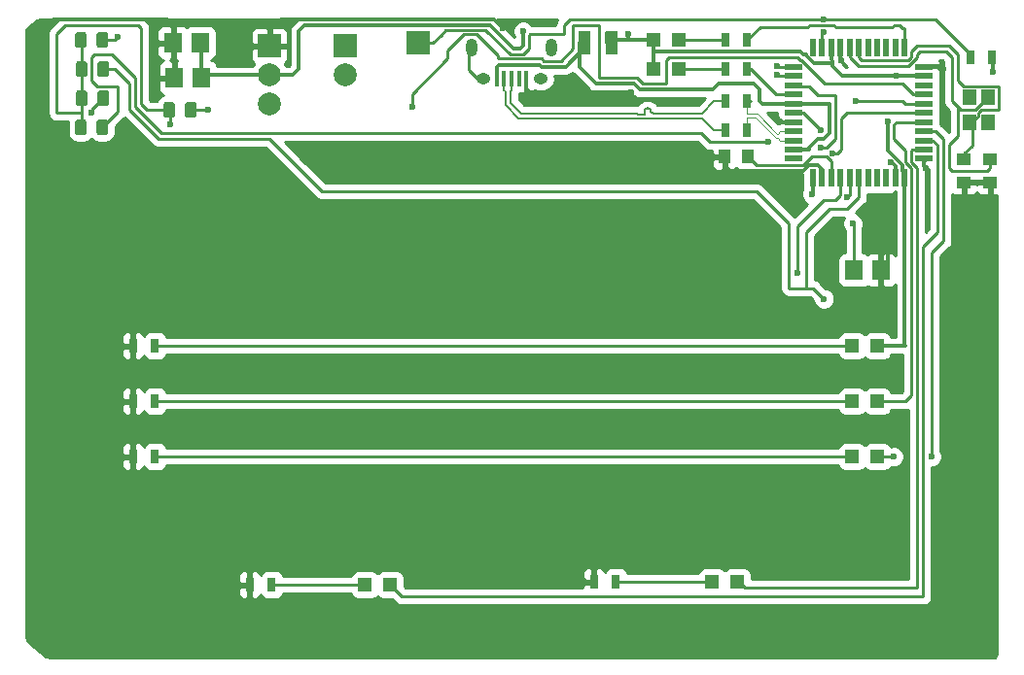
<source format=gbr>
G04 #@! TF.GenerationSoftware,KiCad,Pcbnew,(5.0.1-3-g963ef8bb5)*
G04 #@! TF.CreationDate,2018-11-21T08:27:54+00:00*
G04 #@! TF.ProjectId,invitation,696E7669746174696F6E2E6B69636164,rev?*
G04 #@! TF.SameCoordinates,Original*
G04 #@! TF.FileFunction,Copper,L2,Bot,Signal*
G04 #@! TF.FilePolarity,Positive*
%FSLAX46Y46*%
G04 Gerber Fmt 4.6, Leading zero omitted, Abs format (unit mm)*
G04 Created by KiCad (PCBNEW (5.0.1-3-g963ef8bb5)) date Wednesday, 21 November 2018 at 08:27:54*
%MOMM*%
%LPD*%
G01*
G04 APERTURE LIST*
G04 #@! TA.AperFunction,SMDPad,CuDef*
%ADD10R,0.400000X1.350000*%
G04 #@! TD*
G04 #@! TA.AperFunction,ComponentPad*
%ADD11O,1.250000X0.950000*%
G04 #@! TD*
G04 #@! TA.AperFunction,ComponentPad*
%ADD12O,1.000000X1.550000*%
G04 #@! TD*
G04 #@! TA.AperFunction,SMDPad,CuDef*
%ADD13R,1.500000X0.550000*%
G04 #@! TD*
G04 #@! TA.AperFunction,SMDPad,CuDef*
%ADD14R,0.550000X1.500000*%
G04 #@! TD*
G04 #@! TA.AperFunction,SMDPad,CuDef*
%ADD15R,1.140000X2.030000*%
G04 #@! TD*
G04 #@! TA.AperFunction,SMDPad,CuDef*
%ADD16R,1.200000X1.400000*%
G04 #@! TD*
G04 #@! TA.AperFunction,SMDPad,CuDef*
%ADD17R,1.200000X1.200000*%
G04 #@! TD*
G04 #@! TA.AperFunction,SMDPad,CuDef*
%ADD18R,0.700000X1.300000*%
G04 #@! TD*
G04 #@! TA.AperFunction,SMDPad,CuDef*
%ADD19R,1.250000X1.000000*%
G04 #@! TD*
G04 #@! TA.AperFunction,SMDPad,CuDef*
%ADD20R,1.000000X1.250000*%
G04 #@! TD*
G04 #@! TA.AperFunction,SMDPad,CuDef*
%ADD21R,1.550000X1.800000*%
G04 #@! TD*
G04 #@! TA.AperFunction,ComponentPad*
%ADD22R,2.000000X2.000000*%
G04 #@! TD*
G04 #@! TA.AperFunction,ComponentPad*
%ADD23C,2.000000*%
G04 #@! TD*
G04 #@! TA.AperFunction,Conductor*
%ADD24C,0.100000*%
G04 #@! TD*
G04 #@! TA.AperFunction,SMDPad,CuDef*
%ADD25C,0.975000*%
G04 #@! TD*
G04 #@! TA.AperFunction,ViaPad*
%ADD26C,0.600000*%
G04 #@! TD*
G04 #@! TA.AperFunction,Conductor*
%ADD27C,0.300000*%
G04 #@! TD*
G04 #@! TA.AperFunction,Conductor*
%ADD28C,0.250000*%
G04 #@! TD*
G04 #@! TA.AperFunction,Conductor*
%ADD29C,0.125000*%
G04 #@! TD*
G04 #@! TA.AperFunction,Conductor*
%ADD30C,0.200000*%
G04 #@! TD*
G04 #@! TA.AperFunction,Conductor*
%ADD31C,0.254000*%
G04 #@! TD*
G04 APERTURE END LIST*
D10*
G04 #@! TO.P,P1,1*
G04 #@! TO.N,USBVCC*
X161005100Y-77000540D03*
G04 #@! TO.P,P1,2*
G04 #@! TO.N,/Data-*
X161655100Y-77000540D03*
G04 #@! TO.P,P1,3*
G04 #@! TO.N,/Data+*
X162305100Y-77000540D03*
G04 #@! TO.P,P1,4*
G04 #@! TO.N,Net-(P1-Pad4)*
X162955100Y-77000540D03*
G04 #@! TO.P,P1,5*
G04 #@! TO.N,GND*
X163605100Y-77000540D03*
D11*
G04 #@! TO.P,P1,6*
G04 #@! TO.N,Net-(P1-Pad6)*
X159805100Y-77000540D03*
X164805100Y-77000540D03*
D12*
X158805100Y-74300540D03*
X165805100Y-74300540D03*
G04 #@! TD*
D13*
G04 #@! TO.P,U1,1*
G04 #@! TO.N,Net-(U1-Pad1)*
X186832000Y-84010000D03*
G04 #@! TO.P,U1,2*
G04 #@! TO.N,USBVCC*
X186832000Y-83210000D03*
G04 #@! TO.P,U1,3*
G04 #@! TO.N,D-*
X186832000Y-82410000D03*
G04 #@! TO.P,U1,4*
G04 #@! TO.N,D+*
X186832000Y-81610000D03*
G04 #@! TO.P,U1,5*
G04 #@! TO.N,GND*
X186832000Y-80810000D03*
G04 #@! TO.P,U1,6*
G04 #@! TO.N,Net-(C0-Pad1)*
X186832000Y-80010000D03*
G04 #@! TO.P,U1,7*
G04 #@! TO.N,USBVCC*
X186832000Y-79210000D03*
G04 #@! TO.P,U1,8*
G04 #@! TO.N,RXLED*
X186832000Y-78410000D03*
G04 #@! TO.P,U1,9*
G04 #@! TO.N,SCLK*
X186832000Y-77610000D03*
G04 #@! TO.P,U1,10*
G04 #@! TO.N,MOSI*
X186832000Y-76810000D03*
G04 #@! TO.P,U1,11*
G04 #@! TO.N,MISO*
X186832000Y-76010000D03*
D14*
G04 #@! TO.P,U1,12*
G04 #@! TO.N,Net-(U1-Pad12)*
X188532000Y-74310000D03*
G04 #@! TO.P,U1,13*
G04 #@! TO.N,RESET*
X189332000Y-74310000D03*
G04 #@! TO.P,U1,14*
G04 #@! TO.N,VCC*
X190132000Y-74310000D03*
G04 #@! TO.P,U1,15*
G04 #@! TO.N,GND*
X190932000Y-74310000D03*
G04 #@! TO.P,U1,16*
G04 #@! TO.N,XTal2*
X191732000Y-74310000D03*
G04 #@! TO.P,U1,17*
G04 #@! TO.N,XTal1*
X192532000Y-74310000D03*
G04 #@! TO.P,U1,18*
G04 #@! TO.N,Net-(U1-Pad18)*
X193332000Y-74310000D03*
G04 #@! TO.P,U1,19*
G04 #@! TO.N,Net-(U1-Pad19)*
X194132000Y-74310000D03*
G04 #@! TO.P,U1,20*
G04 #@! TO.N,Net-(U1-Pad20)*
X194932000Y-74310000D03*
G04 #@! TO.P,U1,21*
G04 #@! TO.N,Net-(U1-Pad21)*
X195732000Y-74310000D03*
G04 #@! TO.P,U1,22*
G04 #@! TO.N,TXLED*
X196532000Y-74310000D03*
D13*
G04 #@! TO.P,U1,23*
G04 #@! TO.N,GND*
X198232000Y-76010000D03*
G04 #@! TO.P,U1,24*
G04 #@! TO.N,VCC*
X198232000Y-76810000D03*
G04 #@! TO.P,U1,25*
G04 #@! TO.N,Net-(U1-Pad25)*
X198232000Y-77610000D03*
G04 #@! TO.P,U1,26*
G04 #@! TO.N,upArrSens*
X198232000Y-78410000D03*
G04 #@! TO.P,U1,27*
G04 #@! TO.N,downArrSens*
X198232000Y-79210000D03*
G04 #@! TO.P,U1,28*
G04 #@! TO.N,downArrBtn*
X198232000Y-80010000D03*
G04 #@! TO.P,U1,29*
G04 #@! TO.N,nodeLED*
X198232000Y-80810000D03*
G04 #@! TO.P,U1,30*
G04 #@! TO.N,interactLED*
X198232000Y-81610000D03*
G04 #@! TO.P,U1,31*
G04 #@! TO.N,phoneLED*
X198232000Y-82410000D03*
G04 #@! TO.P,U1,32*
G04 #@! TO.N,emailLED*
X198232000Y-83210000D03*
G04 #@! TO.P,U1,33*
G04 #@! TO.N,GND*
X198232000Y-84010000D03*
D14*
G04 #@! TO.P,U1,34*
G04 #@! TO.N,VCC*
X196532000Y-85710000D03*
G04 #@! TO.P,U1,35*
G04 #@! TO.N,GND*
X195732000Y-85710000D03*
G04 #@! TO.P,U1,36*
G04 #@! TO.N,Net-(U1-Pad36)*
X194932000Y-85710000D03*
G04 #@! TO.P,U1,37*
G04 #@! TO.N,Net-(U1-Pad37)*
X194132000Y-85710000D03*
G04 #@! TO.P,U1,38*
G04 #@! TO.N,Net-(U1-Pad38)*
X193332000Y-85710000D03*
G04 #@! TO.P,U1,39*
G04 #@! TO.N,rightArrSens*
X192532000Y-85710000D03*
G04 #@! TO.P,U1,40*
G04 #@! TO.N,leftArrSens*
X191732000Y-85710000D03*
G04 #@! TO.P,U1,41*
G04 #@! TO.N,homeSens*
X190932000Y-85710000D03*
G04 #@! TO.P,U1,42*
G04 #@! TO.N,Net-(C3-Pad1)*
X190132000Y-85710000D03*
G04 #@! TO.P,U1,43*
G04 #@! TO.N,GND*
X189332000Y-85710000D03*
G04 #@! TO.P,U1,44*
G04 #@! TO.N,VCC*
X188532000Y-85710000D03*
G04 #@! TD*
D15*
G04 #@! TO.P,F1,1*
G04 #@! TO.N,USBVCC*
X168656000Y-73914000D03*
G04 #@! TO.P,F1,2*
G04 #@! TO.N,VCC*
X171056000Y-73914000D03*
G04 #@! TD*
D16*
G04 #@! TO.P,Y1,1*
G04 #@! TO.N,XTal1*
X202146000Y-80856000D03*
G04 #@! TO.P,Y1,3*
G04 #@! TO.N,N/C*
X202146000Y-78656000D03*
X203746000Y-80856000D03*
G04 #@! TO.P,Y1,2*
G04 #@! TO.N,XTal2*
X203746000Y-78656000D03*
G04 #@! TD*
D17*
G04 #@! TO.P,D1,2*
G04 #@! TO.N,VCC*
X194140000Y-100330000D03*
G04 #@! TO.P,D1,1*
G04 #@! TO.N,Net-(D1-Pad1)*
X191940000Y-100330000D03*
G04 #@! TD*
G04 #@! TO.P,D2,2*
G04 #@! TO.N,nodeLED*
X194140000Y-105156000D03*
G04 #@! TO.P,D2,1*
G04 #@! TO.N,Net-(D2-Pad1)*
X191940000Y-105156000D03*
G04 #@! TD*
G04 #@! TO.P,D3,2*
G04 #@! TO.N,interactLED*
X194140000Y-109982000D03*
G04 #@! TO.P,D3,1*
G04 #@! TO.N,Net-(D3-Pad1)*
X191940000Y-109982000D03*
G04 #@! TD*
G04 #@! TO.P,D4,2*
G04 #@! TO.N,emailLED*
X181948000Y-120904000D03*
G04 #@! TO.P,D4,1*
G04 #@! TO.N,Net-(D4-Pad1)*
X179748000Y-120904000D03*
G04 #@! TD*
G04 #@! TO.P,D5,2*
G04 #@! TO.N,phoneLED*
X151722000Y-121158000D03*
G04 #@! TO.P,D5,1*
G04 #@! TO.N,Net-(D5-Pad1)*
X149522000Y-121158000D03*
G04 #@! TD*
D18*
G04 #@! TO.P,R1,1*
G04 #@! TO.N,Net-(D1-Pad1)*
X131252000Y-100330000D03*
G04 #@! TO.P,R1,2*
G04 #@! TO.N,GND*
X129352000Y-100330000D03*
G04 #@! TD*
G04 #@! TO.P,R2,1*
G04 #@! TO.N,Net-(D2-Pad1)*
X131252000Y-105156000D03*
G04 #@! TO.P,R2,2*
G04 #@! TO.N,GND*
X129352000Y-105156000D03*
G04 #@! TD*
G04 #@! TO.P,R3,1*
G04 #@! TO.N,Net-(D3-Pad1)*
X131252000Y-109982000D03*
G04 #@! TO.P,R3,2*
G04 #@! TO.N,GND*
X129352000Y-109982000D03*
G04 #@! TD*
G04 #@! TO.P,R4,1*
G04 #@! TO.N,Net-(D4-Pad1)*
X171384000Y-120904000D03*
G04 #@! TO.P,R4,2*
G04 #@! TO.N,GND*
X169484000Y-120904000D03*
G04 #@! TD*
G04 #@! TO.P,R5,1*
G04 #@! TO.N,Net-(D5-Pad1)*
X141412000Y-121158000D03*
G04 #@! TO.P,R5,2*
G04 #@! TO.N,GND*
X139512000Y-121158000D03*
G04 #@! TD*
G04 #@! TO.P,R8,1*
G04 #@! TO.N,D+*
X182814000Y-78994000D03*
G04 #@! TO.P,R8,2*
G04 #@! TO.N,/Data+*
X180914000Y-78994000D03*
G04 #@! TD*
G04 #@! TO.P,R9,1*
G04 #@! TO.N,D-*
X182814000Y-81534000D03*
G04 #@! TO.P,R9,2*
G04 #@! TO.N,/Data-*
X180914000Y-81534000D03*
G04 #@! TD*
G04 #@! TO.P,R10,1*
G04 #@! TO.N,RESET*
X202250000Y-75184000D03*
G04 #@! TO.P,R10,2*
G04 #@! TO.N,VCC*
X204150000Y-75184000D03*
G04 #@! TD*
D19*
G04 #@! TO.P,C1,1*
G04 #@! TO.N,XTal2*
X203962000Y-84090000D03*
G04 #@! TO.P,C1,2*
G04 #@! TO.N,GND*
X203962000Y-86090000D03*
G04 #@! TD*
G04 #@! TO.P,C2,1*
G04 #@! TO.N,XTal1*
X201676000Y-84090000D03*
G04 #@! TO.P,C2,2*
G04 #@! TO.N,GND*
X201676000Y-86090000D03*
G04 #@! TD*
D20*
G04 #@! TO.P,C3,1*
G04 #@! TO.N,Net-(C3-Pad1)*
X182864000Y-83820000D03*
G04 #@! TO.P,C3,2*
G04 #@! TO.N,GND*
X180864000Y-83820000D03*
G04 #@! TD*
D21*
G04 #@! TO.P,C4,1*
G04 #@! TO.N,VCC*
X135192000Y-73914000D03*
G04 #@! TO.P,C4,2*
G04 #@! TO.N,GND*
X132842000Y-73914000D03*
G04 #@! TD*
G04 #@! TO.P,C5,1*
G04 #@! TO.N,VCC*
X135287000Y-76962000D03*
G04 #@! TO.P,C5,2*
G04 #@! TO.N,GND*
X132937000Y-76962000D03*
G04 #@! TD*
D22*
G04 #@! TO.P,P3,1*
G04 #@! TO.N,GND*
X141224000Y-74168000D03*
D23*
G04 #@! TO.P,P3,2*
G04 #@! TO.N,VCC*
X141224000Y-76708000D03*
G04 #@! TO.P,P3,3*
G04 #@! TO.N,SCLK*
X141224000Y-79248000D03*
G04 #@! TD*
D22*
G04 #@! TO.P,P8,1*
G04 #@! TO.N,RESET*
X154178000Y-73914000D03*
G04 #@! TD*
G04 #@! TO.P,P9,1*
G04 #@! TO.N,MOSI*
X147828000Y-74168000D03*
D23*
G04 #@! TO.P,P9,2*
G04 #@! TO.N,MISO*
X147828000Y-76708000D03*
G04 #@! TD*
D21*
G04 #@! TO.P,C0,1*
G04 #@! TO.N,Net-(C0-Pad1)*
X192119000Y-93726000D03*
G04 #@! TO.P,C0,2*
G04 #@! TO.N,GND*
X194469000Y-93726000D03*
G04 #@! TD*
D17*
G04 #@! TO.P,D6,2*
G04 #@! TO.N,VCC*
X174668000Y-73660000D03*
G04 #@! TO.P,D6,1*
G04 #@! TO.N,Net-(D6-Pad1)*
X176868000Y-73660000D03*
G04 #@! TD*
G04 #@! TO.P,D7,2*
G04 #@! TO.N,VCC*
X174668000Y-76200000D03*
G04 #@! TO.P,D7,1*
G04 #@! TO.N,Net-(D7-Pad1)*
X176868000Y-76200000D03*
G04 #@! TD*
D18*
G04 #@! TO.P,R6,1*
G04 #@! TO.N,TXLED*
X182814000Y-73660000D03*
G04 #@! TO.P,R6,2*
G04 #@! TO.N,Net-(D6-Pad1)*
X180914000Y-73660000D03*
G04 #@! TD*
G04 #@! TO.P,R7,1*
G04 #@! TO.N,RXLED*
X182814000Y-76200000D03*
G04 #@! TO.P,R7,2*
G04 #@! TO.N,Net-(D7-Pad1)*
X180914000Y-76200000D03*
G04 #@! TD*
D24*
G04 #@! TO.N,homeSens*
G04 #@! TO.C,R11*
G36*
X134633642Y-79057174D02*
X134657303Y-79060684D01*
X134680507Y-79066496D01*
X134703029Y-79074554D01*
X134724653Y-79084782D01*
X134745170Y-79097079D01*
X134764383Y-79111329D01*
X134782107Y-79127393D01*
X134798171Y-79145117D01*
X134812421Y-79164330D01*
X134824718Y-79184847D01*
X134834946Y-79206471D01*
X134843004Y-79228993D01*
X134848816Y-79252197D01*
X134852326Y-79275858D01*
X134853500Y-79299750D01*
X134853500Y-80212250D01*
X134852326Y-80236142D01*
X134848816Y-80259803D01*
X134843004Y-80283007D01*
X134834946Y-80305529D01*
X134824718Y-80327153D01*
X134812421Y-80347670D01*
X134798171Y-80366883D01*
X134782107Y-80384607D01*
X134764383Y-80400671D01*
X134745170Y-80414921D01*
X134724653Y-80427218D01*
X134703029Y-80437446D01*
X134680507Y-80445504D01*
X134657303Y-80451316D01*
X134633642Y-80454826D01*
X134609750Y-80456000D01*
X134122250Y-80456000D01*
X134098358Y-80454826D01*
X134074697Y-80451316D01*
X134051493Y-80445504D01*
X134028971Y-80437446D01*
X134007347Y-80427218D01*
X133986830Y-80414921D01*
X133967617Y-80400671D01*
X133949893Y-80384607D01*
X133933829Y-80366883D01*
X133919579Y-80347670D01*
X133907282Y-80327153D01*
X133897054Y-80305529D01*
X133888996Y-80283007D01*
X133883184Y-80259803D01*
X133879674Y-80236142D01*
X133878500Y-80212250D01*
X133878500Y-79299750D01*
X133879674Y-79275858D01*
X133883184Y-79252197D01*
X133888996Y-79228993D01*
X133897054Y-79206471D01*
X133907282Y-79184847D01*
X133919579Y-79164330D01*
X133933829Y-79145117D01*
X133949893Y-79127393D01*
X133967617Y-79111329D01*
X133986830Y-79097079D01*
X134007347Y-79084782D01*
X134028971Y-79074554D01*
X134051493Y-79066496D01*
X134074697Y-79060684D01*
X134098358Y-79057174D01*
X134122250Y-79056000D01*
X134609750Y-79056000D01*
X134633642Y-79057174D01*
X134633642Y-79057174D01*
G37*
D25*
G04 #@! TD*
G04 #@! TO.P,R11,1*
G04 #@! TO.N,homeSens*
X134366000Y-79756000D03*
D24*
G04 #@! TO.N,downArrBtn*
G04 #@! TO.C,R11*
G36*
X132758642Y-79057174D02*
X132782303Y-79060684D01*
X132805507Y-79066496D01*
X132828029Y-79074554D01*
X132849653Y-79084782D01*
X132870170Y-79097079D01*
X132889383Y-79111329D01*
X132907107Y-79127393D01*
X132923171Y-79145117D01*
X132937421Y-79164330D01*
X132949718Y-79184847D01*
X132959946Y-79206471D01*
X132968004Y-79228993D01*
X132973816Y-79252197D01*
X132977326Y-79275858D01*
X132978500Y-79299750D01*
X132978500Y-80212250D01*
X132977326Y-80236142D01*
X132973816Y-80259803D01*
X132968004Y-80283007D01*
X132959946Y-80305529D01*
X132949718Y-80327153D01*
X132937421Y-80347670D01*
X132923171Y-80366883D01*
X132907107Y-80384607D01*
X132889383Y-80400671D01*
X132870170Y-80414921D01*
X132849653Y-80427218D01*
X132828029Y-80437446D01*
X132805507Y-80445504D01*
X132782303Y-80451316D01*
X132758642Y-80454826D01*
X132734750Y-80456000D01*
X132247250Y-80456000D01*
X132223358Y-80454826D01*
X132199697Y-80451316D01*
X132176493Y-80445504D01*
X132153971Y-80437446D01*
X132132347Y-80427218D01*
X132111830Y-80414921D01*
X132092617Y-80400671D01*
X132074893Y-80384607D01*
X132058829Y-80366883D01*
X132044579Y-80347670D01*
X132032282Y-80327153D01*
X132022054Y-80305529D01*
X132013996Y-80283007D01*
X132008184Y-80259803D01*
X132004674Y-80236142D01*
X132003500Y-80212250D01*
X132003500Y-79299750D01*
X132004674Y-79275858D01*
X132008184Y-79252197D01*
X132013996Y-79228993D01*
X132022054Y-79206471D01*
X132032282Y-79184847D01*
X132044579Y-79164330D01*
X132058829Y-79145117D01*
X132074893Y-79127393D01*
X132092617Y-79111329D01*
X132111830Y-79097079D01*
X132132347Y-79084782D01*
X132153971Y-79074554D01*
X132176493Y-79066496D01*
X132199697Y-79060684D01*
X132223358Y-79057174D01*
X132247250Y-79056000D01*
X132734750Y-79056000D01*
X132758642Y-79057174D01*
X132758642Y-79057174D01*
G37*
D25*
G04 #@! TD*
G04 #@! TO.P,R11,2*
G04 #@! TO.N,downArrBtn*
X132491000Y-79756000D03*
D24*
G04 #@! TO.N,downArrBtn*
G04 #@! TO.C,R12*
G36*
X125060142Y-72961174D02*
X125083803Y-72964684D01*
X125107007Y-72970496D01*
X125129529Y-72978554D01*
X125151153Y-72988782D01*
X125171670Y-73001079D01*
X125190883Y-73015329D01*
X125208607Y-73031393D01*
X125224671Y-73049117D01*
X125238921Y-73068330D01*
X125251218Y-73088847D01*
X125261446Y-73110471D01*
X125269504Y-73132993D01*
X125275316Y-73156197D01*
X125278826Y-73179858D01*
X125280000Y-73203750D01*
X125280000Y-74116250D01*
X125278826Y-74140142D01*
X125275316Y-74163803D01*
X125269504Y-74187007D01*
X125261446Y-74209529D01*
X125251218Y-74231153D01*
X125238921Y-74251670D01*
X125224671Y-74270883D01*
X125208607Y-74288607D01*
X125190883Y-74304671D01*
X125171670Y-74318921D01*
X125151153Y-74331218D01*
X125129529Y-74341446D01*
X125107007Y-74349504D01*
X125083803Y-74355316D01*
X125060142Y-74358826D01*
X125036250Y-74360000D01*
X124548750Y-74360000D01*
X124524858Y-74358826D01*
X124501197Y-74355316D01*
X124477993Y-74349504D01*
X124455471Y-74341446D01*
X124433847Y-74331218D01*
X124413330Y-74318921D01*
X124394117Y-74304671D01*
X124376393Y-74288607D01*
X124360329Y-74270883D01*
X124346079Y-74251670D01*
X124333782Y-74231153D01*
X124323554Y-74209529D01*
X124315496Y-74187007D01*
X124309684Y-74163803D01*
X124306174Y-74140142D01*
X124305000Y-74116250D01*
X124305000Y-73203750D01*
X124306174Y-73179858D01*
X124309684Y-73156197D01*
X124315496Y-73132993D01*
X124323554Y-73110471D01*
X124333782Y-73088847D01*
X124346079Y-73068330D01*
X124360329Y-73049117D01*
X124376393Y-73031393D01*
X124394117Y-73015329D01*
X124413330Y-73001079D01*
X124433847Y-72988782D01*
X124455471Y-72978554D01*
X124477993Y-72970496D01*
X124501197Y-72964684D01*
X124524858Y-72961174D01*
X124548750Y-72960000D01*
X125036250Y-72960000D01*
X125060142Y-72961174D01*
X125060142Y-72961174D01*
G37*
D25*
G04 #@! TD*
G04 #@! TO.P,R12,2*
G04 #@! TO.N,downArrBtn*
X124792500Y-73660000D03*
D24*
G04 #@! TO.N,leftArrSens*
G04 #@! TO.C,R12*
G36*
X126935142Y-72961174D02*
X126958803Y-72964684D01*
X126982007Y-72970496D01*
X127004529Y-72978554D01*
X127026153Y-72988782D01*
X127046670Y-73001079D01*
X127065883Y-73015329D01*
X127083607Y-73031393D01*
X127099671Y-73049117D01*
X127113921Y-73068330D01*
X127126218Y-73088847D01*
X127136446Y-73110471D01*
X127144504Y-73132993D01*
X127150316Y-73156197D01*
X127153826Y-73179858D01*
X127155000Y-73203750D01*
X127155000Y-74116250D01*
X127153826Y-74140142D01*
X127150316Y-74163803D01*
X127144504Y-74187007D01*
X127136446Y-74209529D01*
X127126218Y-74231153D01*
X127113921Y-74251670D01*
X127099671Y-74270883D01*
X127083607Y-74288607D01*
X127065883Y-74304671D01*
X127046670Y-74318921D01*
X127026153Y-74331218D01*
X127004529Y-74341446D01*
X126982007Y-74349504D01*
X126958803Y-74355316D01*
X126935142Y-74358826D01*
X126911250Y-74360000D01*
X126423750Y-74360000D01*
X126399858Y-74358826D01*
X126376197Y-74355316D01*
X126352993Y-74349504D01*
X126330471Y-74341446D01*
X126308847Y-74331218D01*
X126288330Y-74318921D01*
X126269117Y-74304671D01*
X126251393Y-74288607D01*
X126235329Y-74270883D01*
X126221079Y-74251670D01*
X126208782Y-74231153D01*
X126198554Y-74209529D01*
X126190496Y-74187007D01*
X126184684Y-74163803D01*
X126181174Y-74140142D01*
X126180000Y-74116250D01*
X126180000Y-73203750D01*
X126181174Y-73179858D01*
X126184684Y-73156197D01*
X126190496Y-73132993D01*
X126198554Y-73110471D01*
X126208782Y-73088847D01*
X126221079Y-73068330D01*
X126235329Y-73049117D01*
X126251393Y-73031393D01*
X126269117Y-73015329D01*
X126288330Y-73001079D01*
X126308847Y-72988782D01*
X126330471Y-72978554D01*
X126352993Y-72970496D01*
X126376197Y-72964684D01*
X126399858Y-72961174D01*
X126423750Y-72960000D01*
X126911250Y-72960000D01*
X126935142Y-72961174D01*
X126935142Y-72961174D01*
G37*
D25*
G04 #@! TD*
G04 #@! TO.P,R12,1*
G04 #@! TO.N,leftArrSens*
X126667500Y-73660000D03*
D24*
G04 #@! TO.N,rightArrSens*
G04 #@! TO.C,R13*
G36*
X127013642Y-75501174D02*
X127037303Y-75504684D01*
X127060507Y-75510496D01*
X127083029Y-75518554D01*
X127104653Y-75528782D01*
X127125170Y-75541079D01*
X127144383Y-75555329D01*
X127162107Y-75571393D01*
X127178171Y-75589117D01*
X127192421Y-75608330D01*
X127204718Y-75628847D01*
X127214946Y-75650471D01*
X127223004Y-75672993D01*
X127228816Y-75696197D01*
X127232326Y-75719858D01*
X127233500Y-75743750D01*
X127233500Y-76656250D01*
X127232326Y-76680142D01*
X127228816Y-76703803D01*
X127223004Y-76727007D01*
X127214946Y-76749529D01*
X127204718Y-76771153D01*
X127192421Y-76791670D01*
X127178171Y-76810883D01*
X127162107Y-76828607D01*
X127144383Y-76844671D01*
X127125170Y-76858921D01*
X127104653Y-76871218D01*
X127083029Y-76881446D01*
X127060507Y-76889504D01*
X127037303Y-76895316D01*
X127013642Y-76898826D01*
X126989750Y-76900000D01*
X126502250Y-76900000D01*
X126478358Y-76898826D01*
X126454697Y-76895316D01*
X126431493Y-76889504D01*
X126408971Y-76881446D01*
X126387347Y-76871218D01*
X126366830Y-76858921D01*
X126347617Y-76844671D01*
X126329893Y-76828607D01*
X126313829Y-76810883D01*
X126299579Y-76791670D01*
X126287282Y-76771153D01*
X126277054Y-76749529D01*
X126268996Y-76727007D01*
X126263184Y-76703803D01*
X126259674Y-76680142D01*
X126258500Y-76656250D01*
X126258500Y-75743750D01*
X126259674Y-75719858D01*
X126263184Y-75696197D01*
X126268996Y-75672993D01*
X126277054Y-75650471D01*
X126287282Y-75628847D01*
X126299579Y-75608330D01*
X126313829Y-75589117D01*
X126329893Y-75571393D01*
X126347617Y-75555329D01*
X126366830Y-75541079D01*
X126387347Y-75528782D01*
X126408971Y-75518554D01*
X126431493Y-75510496D01*
X126454697Y-75504684D01*
X126478358Y-75501174D01*
X126502250Y-75500000D01*
X126989750Y-75500000D01*
X127013642Y-75501174D01*
X127013642Y-75501174D01*
G37*
D25*
G04 #@! TD*
G04 #@! TO.P,R13,1*
G04 #@! TO.N,rightArrSens*
X126746000Y-76200000D03*
D24*
G04 #@! TO.N,downArrBtn*
G04 #@! TO.C,R13*
G36*
X125138642Y-75501174D02*
X125162303Y-75504684D01*
X125185507Y-75510496D01*
X125208029Y-75518554D01*
X125229653Y-75528782D01*
X125250170Y-75541079D01*
X125269383Y-75555329D01*
X125287107Y-75571393D01*
X125303171Y-75589117D01*
X125317421Y-75608330D01*
X125329718Y-75628847D01*
X125339946Y-75650471D01*
X125348004Y-75672993D01*
X125353816Y-75696197D01*
X125357326Y-75719858D01*
X125358500Y-75743750D01*
X125358500Y-76656250D01*
X125357326Y-76680142D01*
X125353816Y-76703803D01*
X125348004Y-76727007D01*
X125339946Y-76749529D01*
X125329718Y-76771153D01*
X125317421Y-76791670D01*
X125303171Y-76810883D01*
X125287107Y-76828607D01*
X125269383Y-76844671D01*
X125250170Y-76858921D01*
X125229653Y-76871218D01*
X125208029Y-76881446D01*
X125185507Y-76889504D01*
X125162303Y-76895316D01*
X125138642Y-76898826D01*
X125114750Y-76900000D01*
X124627250Y-76900000D01*
X124603358Y-76898826D01*
X124579697Y-76895316D01*
X124556493Y-76889504D01*
X124533971Y-76881446D01*
X124512347Y-76871218D01*
X124491830Y-76858921D01*
X124472617Y-76844671D01*
X124454893Y-76828607D01*
X124438829Y-76810883D01*
X124424579Y-76791670D01*
X124412282Y-76771153D01*
X124402054Y-76749529D01*
X124393996Y-76727007D01*
X124388184Y-76703803D01*
X124384674Y-76680142D01*
X124383500Y-76656250D01*
X124383500Y-75743750D01*
X124384674Y-75719858D01*
X124388184Y-75696197D01*
X124393996Y-75672993D01*
X124402054Y-75650471D01*
X124412282Y-75628847D01*
X124424579Y-75608330D01*
X124438829Y-75589117D01*
X124454893Y-75571393D01*
X124472617Y-75555329D01*
X124491830Y-75541079D01*
X124512347Y-75528782D01*
X124533971Y-75518554D01*
X124556493Y-75510496D01*
X124579697Y-75504684D01*
X124603358Y-75501174D01*
X124627250Y-75500000D01*
X125114750Y-75500000D01*
X125138642Y-75501174D01*
X125138642Y-75501174D01*
G37*
D25*
G04 #@! TD*
G04 #@! TO.P,R13,2*
G04 #@! TO.N,downArrBtn*
X124871000Y-76200000D03*
D24*
G04 #@! TO.N,downArrBtn*
G04 #@! TO.C,R14*
G36*
X125138642Y-78041174D02*
X125162303Y-78044684D01*
X125185507Y-78050496D01*
X125208029Y-78058554D01*
X125229653Y-78068782D01*
X125250170Y-78081079D01*
X125269383Y-78095329D01*
X125287107Y-78111393D01*
X125303171Y-78129117D01*
X125317421Y-78148330D01*
X125329718Y-78168847D01*
X125339946Y-78190471D01*
X125348004Y-78212993D01*
X125353816Y-78236197D01*
X125357326Y-78259858D01*
X125358500Y-78283750D01*
X125358500Y-79196250D01*
X125357326Y-79220142D01*
X125353816Y-79243803D01*
X125348004Y-79267007D01*
X125339946Y-79289529D01*
X125329718Y-79311153D01*
X125317421Y-79331670D01*
X125303171Y-79350883D01*
X125287107Y-79368607D01*
X125269383Y-79384671D01*
X125250170Y-79398921D01*
X125229653Y-79411218D01*
X125208029Y-79421446D01*
X125185507Y-79429504D01*
X125162303Y-79435316D01*
X125138642Y-79438826D01*
X125114750Y-79440000D01*
X124627250Y-79440000D01*
X124603358Y-79438826D01*
X124579697Y-79435316D01*
X124556493Y-79429504D01*
X124533971Y-79421446D01*
X124512347Y-79411218D01*
X124491830Y-79398921D01*
X124472617Y-79384671D01*
X124454893Y-79368607D01*
X124438829Y-79350883D01*
X124424579Y-79331670D01*
X124412282Y-79311153D01*
X124402054Y-79289529D01*
X124393996Y-79267007D01*
X124388184Y-79243803D01*
X124384674Y-79220142D01*
X124383500Y-79196250D01*
X124383500Y-78283750D01*
X124384674Y-78259858D01*
X124388184Y-78236197D01*
X124393996Y-78212993D01*
X124402054Y-78190471D01*
X124412282Y-78168847D01*
X124424579Y-78148330D01*
X124438829Y-78129117D01*
X124454893Y-78111393D01*
X124472617Y-78095329D01*
X124491830Y-78081079D01*
X124512347Y-78068782D01*
X124533971Y-78058554D01*
X124556493Y-78050496D01*
X124579697Y-78044684D01*
X124603358Y-78041174D01*
X124627250Y-78040000D01*
X125114750Y-78040000D01*
X125138642Y-78041174D01*
X125138642Y-78041174D01*
G37*
D25*
G04 #@! TD*
G04 #@! TO.P,R14,2*
G04 #@! TO.N,downArrBtn*
X124871000Y-78740000D03*
D24*
G04 #@! TO.N,upArrSens*
G04 #@! TO.C,R14*
G36*
X127013642Y-78041174D02*
X127037303Y-78044684D01*
X127060507Y-78050496D01*
X127083029Y-78058554D01*
X127104653Y-78068782D01*
X127125170Y-78081079D01*
X127144383Y-78095329D01*
X127162107Y-78111393D01*
X127178171Y-78129117D01*
X127192421Y-78148330D01*
X127204718Y-78168847D01*
X127214946Y-78190471D01*
X127223004Y-78212993D01*
X127228816Y-78236197D01*
X127232326Y-78259858D01*
X127233500Y-78283750D01*
X127233500Y-79196250D01*
X127232326Y-79220142D01*
X127228816Y-79243803D01*
X127223004Y-79267007D01*
X127214946Y-79289529D01*
X127204718Y-79311153D01*
X127192421Y-79331670D01*
X127178171Y-79350883D01*
X127162107Y-79368607D01*
X127144383Y-79384671D01*
X127125170Y-79398921D01*
X127104653Y-79411218D01*
X127083029Y-79421446D01*
X127060507Y-79429504D01*
X127037303Y-79435316D01*
X127013642Y-79438826D01*
X126989750Y-79440000D01*
X126502250Y-79440000D01*
X126478358Y-79438826D01*
X126454697Y-79435316D01*
X126431493Y-79429504D01*
X126408971Y-79421446D01*
X126387347Y-79411218D01*
X126366830Y-79398921D01*
X126347617Y-79384671D01*
X126329893Y-79368607D01*
X126313829Y-79350883D01*
X126299579Y-79331670D01*
X126287282Y-79311153D01*
X126277054Y-79289529D01*
X126268996Y-79267007D01*
X126263184Y-79243803D01*
X126259674Y-79220142D01*
X126258500Y-79196250D01*
X126258500Y-78283750D01*
X126259674Y-78259858D01*
X126263184Y-78236197D01*
X126268996Y-78212993D01*
X126277054Y-78190471D01*
X126287282Y-78168847D01*
X126299579Y-78148330D01*
X126313829Y-78129117D01*
X126329893Y-78111393D01*
X126347617Y-78095329D01*
X126366830Y-78081079D01*
X126387347Y-78068782D01*
X126408971Y-78058554D01*
X126431493Y-78050496D01*
X126454697Y-78044684D01*
X126478358Y-78041174D01*
X126502250Y-78040000D01*
X126989750Y-78040000D01*
X127013642Y-78041174D01*
X127013642Y-78041174D01*
G37*
D25*
G04 #@! TD*
G04 #@! TO.P,R14,1*
G04 #@! TO.N,upArrSens*
X126746000Y-78740000D03*
D24*
G04 #@! TO.N,downArrSens*
G04 #@! TO.C,R15*
G36*
X126935142Y-80581174D02*
X126958803Y-80584684D01*
X126982007Y-80590496D01*
X127004529Y-80598554D01*
X127026153Y-80608782D01*
X127046670Y-80621079D01*
X127065883Y-80635329D01*
X127083607Y-80651393D01*
X127099671Y-80669117D01*
X127113921Y-80688330D01*
X127126218Y-80708847D01*
X127136446Y-80730471D01*
X127144504Y-80752993D01*
X127150316Y-80776197D01*
X127153826Y-80799858D01*
X127155000Y-80823750D01*
X127155000Y-81736250D01*
X127153826Y-81760142D01*
X127150316Y-81783803D01*
X127144504Y-81807007D01*
X127136446Y-81829529D01*
X127126218Y-81851153D01*
X127113921Y-81871670D01*
X127099671Y-81890883D01*
X127083607Y-81908607D01*
X127065883Y-81924671D01*
X127046670Y-81938921D01*
X127026153Y-81951218D01*
X127004529Y-81961446D01*
X126982007Y-81969504D01*
X126958803Y-81975316D01*
X126935142Y-81978826D01*
X126911250Y-81980000D01*
X126423750Y-81980000D01*
X126399858Y-81978826D01*
X126376197Y-81975316D01*
X126352993Y-81969504D01*
X126330471Y-81961446D01*
X126308847Y-81951218D01*
X126288330Y-81938921D01*
X126269117Y-81924671D01*
X126251393Y-81908607D01*
X126235329Y-81890883D01*
X126221079Y-81871670D01*
X126208782Y-81851153D01*
X126198554Y-81829529D01*
X126190496Y-81807007D01*
X126184684Y-81783803D01*
X126181174Y-81760142D01*
X126180000Y-81736250D01*
X126180000Y-80823750D01*
X126181174Y-80799858D01*
X126184684Y-80776197D01*
X126190496Y-80752993D01*
X126198554Y-80730471D01*
X126208782Y-80708847D01*
X126221079Y-80688330D01*
X126235329Y-80669117D01*
X126251393Y-80651393D01*
X126269117Y-80635329D01*
X126288330Y-80621079D01*
X126308847Y-80608782D01*
X126330471Y-80598554D01*
X126352993Y-80590496D01*
X126376197Y-80584684D01*
X126399858Y-80581174D01*
X126423750Y-80580000D01*
X126911250Y-80580000D01*
X126935142Y-80581174D01*
X126935142Y-80581174D01*
G37*
D25*
G04 #@! TD*
G04 #@! TO.P,R15,1*
G04 #@! TO.N,downArrSens*
X126667500Y-81280000D03*
D24*
G04 #@! TO.N,downArrBtn*
G04 #@! TO.C,R15*
G36*
X125060142Y-80581174D02*
X125083803Y-80584684D01*
X125107007Y-80590496D01*
X125129529Y-80598554D01*
X125151153Y-80608782D01*
X125171670Y-80621079D01*
X125190883Y-80635329D01*
X125208607Y-80651393D01*
X125224671Y-80669117D01*
X125238921Y-80688330D01*
X125251218Y-80708847D01*
X125261446Y-80730471D01*
X125269504Y-80752993D01*
X125275316Y-80776197D01*
X125278826Y-80799858D01*
X125280000Y-80823750D01*
X125280000Y-81736250D01*
X125278826Y-81760142D01*
X125275316Y-81783803D01*
X125269504Y-81807007D01*
X125261446Y-81829529D01*
X125251218Y-81851153D01*
X125238921Y-81871670D01*
X125224671Y-81890883D01*
X125208607Y-81908607D01*
X125190883Y-81924671D01*
X125171670Y-81938921D01*
X125151153Y-81951218D01*
X125129529Y-81961446D01*
X125107007Y-81969504D01*
X125083803Y-81975316D01*
X125060142Y-81978826D01*
X125036250Y-81980000D01*
X124548750Y-81980000D01*
X124524858Y-81978826D01*
X124501197Y-81975316D01*
X124477993Y-81969504D01*
X124455471Y-81961446D01*
X124433847Y-81951218D01*
X124413330Y-81938921D01*
X124394117Y-81924671D01*
X124376393Y-81908607D01*
X124360329Y-81890883D01*
X124346079Y-81871670D01*
X124333782Y-81851153D01*
X124323554Y-81829529D01*
X124315496Y-81807007D01*
X124309684Y-81783803D01*
X124306174Y-81760142D01*
X124305000Y-81736250D01*
X124305000Y-80823750D01*
X124306174Y-80799858D01*
X124309684Y-80776197D01*
X124315496Y-80752993D01*
X124323554Y-80730471D01*
X124333782Y-80708847D01*
X124346079Y-80688330D01*
X124360329Y-80669117D01*
X124376393Y-80651393D01*
X124394117Y-80635329D01*
X124413330Y-80621079D01*
X124433847Y-80608782D01*
X124455471Y-80598554D01*
X124477993Y-80590496D01*
X124501197Y-80584684D01*
X124524858Y-80581174D01*
X124548750Y-80580000D01*
X125036250Y-80580000D01*
X125060142Y-80581174D01*
X125060142Y-80581174D01*
G37*
D25*
G04 #@! TD*
G04 #@! TO.P,R15,2*
G04 #@! TO.N,downArrBtn*
X124792500Y-81280000D03*
D26*
G04 #@! TO.N,GND*
X191008000Y-75438000D03*
X199898000Y-76200000D03*
X195580000Y-91440000D03*
X198374000Y-84836000D03*
X201676000Y-87884000D03*
X179578000Y-83820000D03*
X185674000Y-80772000D03*
X172720000Y-78232000D03*
X195326000Y-84328000D03*
X161500000Y-72650000D03*
G04 #@! TO.N,VCC*
X195834000Y-76810000D03*
X204216000Y-76454000D03*
X172466000Y-73152000D03*
X163322000Y-72898000D03*
X195072000Y-80772000D03*
X188468000Y-87122000D03*
G04 #@! TO.N,interactLED*
X195580000Y-109982000D03*
X198882000Y-109982000D03*
G04 #@! TO.N,SCLK*
X189230000Y-83058000D03*
G04 #@! TO.N,MISO*
X185420000Y-75946000D03*
G04 #@! TO.N,MOSI*
X185420000Y-76708000D03*
G04 #@! TO.N,RESET*
X189484000Y-71882000D03*
X189484000Y-72942000D03*
G04 #@! TO.N,Net-(C0-Pad1)*
X192024000Y-89662000D03*
X189230000Y-81534000D03*
G04 #@! TO.N,homeSens*
X135890000Y-79756000D03*
X187210000Y-93960000D03*
G04 #@! TO.N,leftArrSens*
X191516000Y-87376000D03*
X128016000Y-73406000D03*
G04 #@! TO.N,rightArrSens*
X189500000Y-96230000D03*
G04 #@! TO.N,upArrSens*
X125730000Y-80010000D03*
X153630000Y-79502000D03*
G04 #@! TO.N,downArrSens*
X184658000Y-82550000D03*
X192278000Y-78994000D03*
G04 #@! TO.N,downArrBtn*
X132588000Y-81026000D03*
X190246000Y-83566000D03*
G04 #@! TD*
D27*
G04 #@! TO.N,USBVCC*
X187668000Y-79210000D02*
X186832000Y-79210000D01*
X187706000Y-79248000D02*
X187668000Y-79210000D01*
X189992000Y-79248000D02*
X187706000Y-79248000D01*
X189992000Y-81788000D02*
X189992000Y-79248000D01*
X188214000Y-83210000D02*
X188214000Y-83058000D01*
X186832000Y-83210000D02*
X188214000Y-83210000D01*
X188976000Y-82296000D02*
X189484000Y-82296000D01*
X188214000Y-83058000D02*
X188976000Y-82296000D01*
X189484000Y-82296000D02*
X189992000Y-81788000D01*
X183896000Y-78994000D02*
X184112000Y-79210000D01*
X183896000Y-77978000D02*
X183896000Y-78994000D01*
X183388000Y-77470000D02*
X183896000Y-77978000D01*
X180340000Y-77470000D02*
X183388000Y-77470000D01*
X179832000Y-77978000D02*
X180340000Y-77470000D01*
X168218000Y-76016000D02*
X169672000Y-77470000D01*
X173482000Y-77978000D02*
X179832000Y-77978000D01*
X172974000Y-77470000D02*
X173482000Y-77978000D01*
X169672000Y-77470000D02*
X172974000Y-77470000D01*
X184112000Y-79210000D02*
X186832000Y-79210000D01*
X168218000Y-73914000D02*
X168218000Y-76016000D01*
X168218000Y-74098000D02*
X168218000Y-73914000D01*
X168656000Y-74359000D02*
X168656000Y-73914000D01*
X164890000Y-75990000D02*
X167025000Y-75990000D01*
X167025000Y-75990000D02*
X168656000Y-74359000D01*
X164720000Y-75820000D02*
X164890000Y-75990000D01*
X164720000Y-75816000D02*
X164720000Y-75820000D01*
X161239100Y-75816000D02*
X164720000Y-75816000D01*
X161005100Y-76050000D02*
X161239100Y-75816000D01*
X161005100Y-77000540D02*
X161005100Y-76050000D01*
G04 #@! TO.N,GND*
X195072000Y-91440000D02*
X195072000Y-93123000D01*
X195072000Y-93123000D02*
X194469000Y-93726000D01*
X190932000Y-75362000D02*
X190932000Y-74310000D01*
X191008000Y-75438000D02*
X190932000Y-75362000D01*
X189332000Y-85710000D02*
X189332000Y-84938000D01*
X180864000Y-84598000D02*
X180864000Y-83820000D01*
X181356000Y-85090000D02*
X180864000Y-84598000D01*
X187706000Y-85090000D02*
X181356000Y-85090000D01*
X188214000Y-84582000D02*
X187706000Y-85090000D01*
X188976000Y-84582000D02*
X188214000Y-84582000D01*
X189332000Y-84938000D02*
X188976000Y-84582000D01*
X199708000Y-76010000D02*
X198232000Y-76010000D01*
X199898000Y-76200000D02*
X199708000Y-76010000D01*
X195580000Y-91440000D02*
X195072000Y-91440000D01*
X195732000Y-84684000D02*
X195732000Y-85710000D01*
X201676000Y-86090000D02*
X201676000Y-87884000D01*
X198232000Y-84694000D02*
X198232000Y-84010000D01*
X198374000Y-84836000D02*
X198232000Y-84694000D01*
X186832000Y-80810000D02*
X185712000Y-80810000D01*
X179578000Y-83820000D02*
X180864000Y-83820000D01*
X185712000Y-80810000D02*
X185674000Y-80772000D01*
X163746264Y-78232000D02*
X172720000Y-78232000D01*
X138430000Y-74168000D02*
X141224000Y-74168000D01*
X136398000Y-72136000D02*
X138430000Y-74168000D01*
X132842000Y-72390000D02*
X133096000Y-72136000D01*
X133096000Y-72136000D02*
X136398000Y-72136000D01*
X132842000Y-73914000D02*
X132842000Y-72390000D01*
X142210000Y-71882000D02*
X160020000Y-71882000D01*
X141224000Y-72868000D02*
X142210000Y-71882000D01*
X141224000Y-74168000D02*
X141224000Y-72868000D01*
X132937000Y-74009000D02*
X132842000Y-73914000D01*
X132937000Y-76962000D02*
X132937000Y-74009000D01*
X168834000Y-120904000D02*
X167056000Y-119126000D01*
X169484000Y-120904000D02*
X168834000Y-120904000D01*
X167056000Y-119126000D02*
X139700000Y-119126000D01*
X139512000Y-119314000D02*
X139512000Y-121158000D01*
X139700000Y-119126000D02*
X139512000Y-119314000D01*
X139512000Y-119314000D02*
X132268000Y-119314000D01*
X129352000Y-116398000D02*
X129352000Y-109982000D01*
X132268000Y-119314000D02*
X129352000Y-116398000D01*
X129352000Y-109982000D02*
X129352000Y-105156000D01*
X129352000Y-104206000D02*
X129352000Y-100330000D01*
X129352000Y-105156000D02*
X129352000Y-104206000D01*
X121920000Y-82550000D02*
X121920000Y-72390000D01*
X122174000Y-82804000D02*
X121920000Y-82550000D01*
X125222000Y-82804000D02*
X122174000Y-82804000D01*
X129352000Y-86934000D02*
X125222000Y-82804000D01*
X129352000Y-100330000D02*
X129352000Y-86934000D01*
X122428000Y-71882000D02*
X132334000Y-71882000D01*
X121920000Y-72390000D02*
X122428000Y-71882000D01*
X132334000Y-71882000D02*
X132842000Y-72390000D01*
X195732000Y-84660000D02*
X195400000Y-84328000D01*
X195732000Y-85710000D02*
X195732000Y-84660000D01*
X195400000Y-84328000D02*
X195326000Y-84328000D01*
X203962000Y-86090000D02*
X201676000Y-86090000D01*
X163605100Y-78090836D02*
X163605100Y-77000540D01*
X163746264Y-78232000D02*
X163605100Y-78090836D01*
X160020000Y-71882000D02*
X160772000Y-71882000D01*
X161500000Y-72610000D02*
X161500000Y-72650000D01*
X160772000Y-71882000D02*
X161500000Y-72610000D01*
G04 #@! TO.N,VCC*
X190132000Y-75360000D02*
X190246000Y-75474000D01*
X190132000Y-74310000D02*
X190132000Y-75360000D01*
X190246000Y-75946000D02*
X191110000Y-76810000D01*
X191110000Y-76810000D02*
X195834000Y-76810000D01*
X195834000Y-76810000D02*
X198232000Y-76810000D01*
X204216000Y-75250000D02*
X204150000Y-75184000D01*
X204216000Y-76454000D02*
X204216000Y-75250000D01*
X196532000Y-100266000D02*
X196532000Y-85710000D01*
X196596000Y-100330000D02*
X196532000Y-100266000D01*
X194140000Y-100330000D02*
X196596000Y-100330000D01*
X170872000Y-73660000D02*
X170618000Y-73914000D01*
X174668000Y-74930000D02*
X174668000Y-76200000D01*
X190246000Y-75692000D02*
X190246000Y-75946000D01*
X190246000Y-75474000D02*
X190246000Y-75692000D01*
X170618000Y-73914000D02*
X170618000Y-73082000D01*
X135541000Y-76708000D02*
X135287000Y-76962000D01*
X141224000Y-76708000D02*
X135541000Y-76708000D01*
X135287000Y-74009000D02*
X135192000Y-73914000D01*
X135287000Y-76962000D02*
X135287000Y-74009000D01*
X174668000Y-73660000D02*
X172466000Y-73660000D01*
X172466000Y-73660000D02*
X172466000Y-73152000D01*
X172466000Y-73660000D02*
X170872000Y-73660000D01*
X196532000Y-85710000D02*
X196532000Y-85280000D01*
X196532000Y-85253999D02*
X196342000Y-85063999D01*
X196532000Y-85280000D02*
X196532000Y-85253999D01*
X196320992Y-85042991D02*
X196320992Y-84560992D01*
X196342000Y-85063999D02*
X196320992Y-85042991D01*
X195072000Y-83312000D02*
X195072000Y-80772000D01*
X196320992Y-84560992D02*
X195072000Y-83312000D01*
X188532000Y-87058000D02*
X188468000Y-87122000D01*
X188532000Y-85710000D02*
X188532000Y-87058000D01*
X188618998Y-75692000D02*
X188722000Y-75692000D01*
X187960000Y-75033002D02*
X188618998Y-75692000D01*
X187960000Y-74930000D02*
X187960000Y-75033002D01*
X188722000Y-75692000D02*
X190246000Y-75692000D01*
X187706000Y-74930000D02*
X187452000Y-74676000D01*
X187706000Y-74930000D02*
X187960000Y-74930000D01*
X187452000Y-74676000D02*
X174668000Y-74676000D01*
X174668000Y-74676000D02*
X174668000Y-74930000D01*
X174668000Y-73660000D02*
X174668000Y-74676000D01*
X162440000Y-74422000D02*
X163068000Y-74422000D01*
X160408000Y-72390000D02*
X162440000Y-74422000D01*
X143764000Y-72898000D02*
X144272000Y-72390000D01*
X143764000Y-76200000D02*
X143764000Y-72898000D01*
X163322000Y-74168000D02*
X163322000Y-72898000D01*
X163068000Y-74422000D02*
X163322000Y-74168000D01*
X144272000Y-72390000D02*
X160408000Y-72390000D01*
X143256000Y-76708000D02*
X143764000Y-76200000D01*
X141224000Y-76708000D02*
X143256000Y-76708000D01*
D28*
G04 #@! TO.N,Net-(D2-Pad1)*
X131252000Y-105156000D02*
X191940000Y-105156000D01*
G04 #@! TO.N,Net-(D3-Pad1)*
X131252000Y-109982000D02*
X191940000Y-109982000D01*
G04 #@! TO.N,Net-(P1-Pad6)*
X159296540Y-77000540D02*
X159297100Y-77000540D01*
X158551100Y-76255100D02*
X159296540Y-77000540D01*
X158551100Y-74300540D02*
X158551100Y-76255100D01*
D29*
G04 #@! TO.N,D+*
X182814000Y-78994000D02*
X182814000Y-80111500D01*
X182814000Y-80111500D02*
X183705166Y-80111500D01*
X183705166Y-80111500D02*
X185451166Y-81857500D01*
X185459500Y-81857500D02*
X185707000Y-81610000D01*
X185451166Y-81857500D02*
X185459500Y-81857500D01*
X185707000Y-81610000D02*
X186832000Y-81610000D01*
D28*
X182814000Y-78994000D02*
X183134000Y-78994000D01*
D29*
G04 #@! TO.N,D-*
X182814000Y-81534000D02*
X182814000Y-80416500D01*
X182814000Y-80416500D02*
X183578834Y-80416500D01*
X183578834Y-80416500D02*
X185324834Y-82162500D01*
X185324834Y-82162500D02*
X185459500Y-82162500D01*
X185459500Y-82162500D02*
X185707000Y-82410000D01*
X185707000Y-82410000D02*
X186832000Y-82410000D01*
D28*
G04 #@! TO.N,nodeLED*
X196596000Y-84328000D02*
X196596000Y-83312000D01*
X195796000Y-80810000D02*
X198232000Y-80810000D01*
X197104000Y-84836000D02*
X196596000Y-84328000D01*
X195580000Y-81026000D02*
X195796000Y-80810000D01*
X196596000Y-105156000D02*
X197104000Y-104648000D01*
X195580000Y-82296000D02*
X195580000Y-81026000D01*
X196596000Y-83312000D02*
X195580000Y-82296000D01*
X197104000Y-104648000D02*
X197104000Y-84836000D01*
X194140000Y-105156000D02*
X196596000Y-105156000D01*
G04 #@! TO.N,interactLED*
X198882000Y-106680000D02*
X198882000Y-109982000D01*
X195580000Y-109982000D02*
X194140000Y-109982000D01*
X198882000Y-106680000D02*
X198882000Y-92202000D01*
X198882000Y-92202000D02*
X199898000Y-91186000D01*
X199898000Y-91186000D02*
X199898000Y-82296000D01*
X199898000Y-82296000D02*
X199212000Y-81610000D01*
X199212000Y-81610000D02*
X198232000Y-81610000D01*
G04 #@! TO.N,Net-(D1-Pad1)*
X191940000Y-100330000D02*
X131252000Y-100330000D01*
G04 #@! TO.N,Net-(D4-Pad1)*
X179748000Y-120904000D02*
X171384000Y-120904000D01*
G04 #@! TO.N,Net-(D5-Pad1)*
X149522000Y-121158000D02*
X141412000Y-121158000D01*
G04 #@! TO.N,SCLK*
X187307000Y-77610000D02*
X186832000Y-77610000D01*
X187421000Y-77724000D02*
X187307000Y-77610000D01*
X188976000Y-78486000D02*
X188214000Y-77724000D01*
X190500000Y-78486000D02*
X188976000Y-78486000D01*
X188214000Y-77724000D02*
X187421000Y-77724000D01*
X190500000Y-82296000D02*
X190500000Y-78486000D01*
X189738000Y-83058000D02*
X190500000Y-82296000D01*
X189738000Y-83058000D02*
X189230000Y-83058000D01*
G04 #@! TO.N,MISO*
X186832000Y-76010000D02*
X185484000Y-76010000D01*
X185484000Y-76010000D02*
X185420000Y-75946000D01*
G04 #@! TO.N,MOSI*
X185522000Y-76810000D02*
X185420000Y-76708000D01*
X186832000Y-76810000D02*
X185522000Y-76810000D01*
G04 #@! TO.N,RESET*
X198473567Y-71882000D02*
X189484000Y-71882000D01*
X199248000Y-71882000D02*
X198473567Y-71882000D01*
X202250000Y-74884000D02*
X199248000Y-71882000D01*
X202250000Y-75184000D02*
X202250000Y-74884000D01*
X189332000Y-73094000D02*
X189484000Y-72942000D01*
X189332000Y-74310000D02*
X189332000Y-73094000D01*
X167386000Y-71882000D02*
X189484000Y-71882000D01*
X166878000Y-73152000D02*
X166878000Y-72390000D01*
X163842000Y-73208000D02*
X163898000Y-73152000D01*
X163842000Y-74410000D02*
X163842000Y-73208000D01*
X162180000Y-74930000D02*
X163322000Y-74930000D01*
X156160000Y-73180000D02*
X156560000Y-72780000D01*
X156560000Y-72780000D02*
X160030000Y-72780000D01*
X155428000Y-73914000D02*
X156160000Y-73182000D01*
X166878000Y-72390000D02*
X167386000Y-71882000D01*
X163898000Y-73152000D02*
X166878000Y-73152000D01*
X163322000Y-74930000D02*
X163842000Y-74410000D01*
X156160000Y-73182000D02*
X156160000Y-73180000D01*
X160030000Y-72780000D02*
X162180000Y-74930000D01*
X154178000Y-73914000D02*
X155428000Y-73914000D01*
D30*
G04 #@! TO.N,/Data-*
X178893999Y-80489000D02*
X179938999Y-81534000D01*
X161755100Y-79313300D02*
X162930800Y-80489000D01*
X161655100Y-78013041D02*
X161755100Y-78113041D01*
X179938999Y-81534000D02*
X180914000Y-81534000D01*
X161755100Y-78113041D02*
X161755100Y-79313300D01*
X161655100Y-77000540D02*
X161655100Y-78013041D01*
X162930800Y-80489000D02*
X178893999Y-80489000D01*
G04 #@! TO.N,/Data+*
X162305100Y-78013041D02*
X162305100Y-77000540D01*
X173254026Y-80039000D02*
X163117200Y-80039000D01*
X173303261Y-80062711D02*
X173293289Y-80052739D01*
X173310763Y-80074651D02*
X173303261Y-80062711D01*
X173323236Y-80129298D02*
X173318578Y-80115988D01*
X173330738Y-80141238D02*
X173323236Y-80129298D01*
X173867026Y-79826026D02*
X173867026Y-80039000D01*
X173340710Y-80151210D02*
X173330738Y-80141238D01*
X173352650Y-80158712D02*
X173340710Y-80151210D01*
X173804026Y-80164948D02*
X173379974Y-80164948D01*
X173818039Y-80163370D02*
X173804026Y-80164948D01*
X174438117Y-79918431D02*
X174422365Y-79873417D01*
X173831349Y-80158712D02*
X173818039Y-80163370D01*
X173365960Y-80163370D02*
X173352650Y-80158712D01*
X173843289Y-80151210D02*
X173831349Y-80158712D01*
X173853261Y-80141238D02*
X173843289Y-80151210D01*
X173860763Y-80129298D02*
X173853261Y-80141238D01*
X173293289Y-80052739D02*
X173281349Y-80045237D01*
X173867000Y-80039000D02*
X173867000Y-80101974D01*
X173913490Y-79693238D02*
X173888117Y-79733620D01*
X173872365Y-79778634D02*
X173867026Y-79826026D01*
X180914000Y-78994000D02*
X179938999Y-78994000D01*
X174630000Y-80039000D02*
X174582608Y-80033660D01*
X179938999Y-78994000D02*
X178893999Y-80039000D01*
X173888117Y-79733620D02*
X173872365Y-79778634D01*
X174395934Y-79733620D02*
X174370561Y-79693238D01*
X173865421Y-80115988D02*
X173860763Y-80129298D01*
X162205100Y-79126900D02*
X162205100Y-78113041D01*
X173947212Y-79659516D02*
X173913490Y-79693238D01*
X173315421Y-80087961D02*
X173310763Y-80074651D01*
X174336839Y-79659516D02*
X174296457Y-79634143D01*
X174370561Y-79693238D02*
X174336839Y-79659516D01*
X173987594Y-79634143D02*
X173947212Y-79659516D01*
X173281349Y-80045237D02*
X173268039Y-80040579D01*
X174080000Y-79613052D02*
X174032608Y-79618391D01*
X174204052Y-79613052D02*
X174080000Y-79613052D01*
X174497212Y-79992535D02*
X174463490Y-79958813D01*
X173318578Y-80115988D02*
X173315421Y-80087961D01*
X174251443Y-79618391D02*
X174204052Y-79613052D01*
X174537594Y-80017908D02*
X174497212Y-79992535D01*
X174032608Y-79618391D02*
X173987594Y-79634143D01*
X174582608Y-80033660D02*
X174537594Y-80017908D01*
X173867026Y-80039000D02*
X173867000Y-80039000D01*
X174422365Y-79873417D02*
X174411686Y-79778634D01*
X173867000Y-80101974D02*
X173865421Y-80115988D01*
X174296457Y-79634143D02*
X174251443Y-79618391D01*
X178893999Y-80039000D02*
X174630000Y-80039000D01*
X173379974Y-80164948D02*
X173365960Y-80163370D01*
X162205100Y-78113041D02*
X162305100Y-78013041D01*
X163117200Y-80039000D02*
X162205100Y-79126900D01*
X174411686Y-79778634D02*
X174395934Y-79733620D01*
X173268039Y-80040579D02*
X173254026Y-80039000D01*
X174463490Y-79958813D02*
X174438117Y-79918431D01*
D28*
G04 #@! TO.N,XTal1*
X203200000Y-79756000D02*
X203454000Y-79756000D01*
X202946000Y-80010000D02*
X203200000Y-79756000D01*
X202946000Y-80264000D02*
X202946000Y-80010000D01*
X202946000Y-80264000D02*
X202400000Y-80810000D01*
X196850000Y-75438000D02*
X197104000Y-75184000D01*
X192532000Y-75184000D02*
X192786000Y-75438000D01*
X192786000Y-75438000D02*
X196850000Y-75438000D01*
X192532000Y-74310000D02*
X192532000Y-75184000D01*
X203708000Y-79756000D02*
X203454000Y-79756000D01*
X204724000Y-79756000D02*
X203708000Y-79756000D01*
X201676000Y-77724000D02*
X204724000Y-77724000D01*
X201168000Y-77216000D02*
X201676000Y-77724000D01*
X201168000Y-74930000D02*
X201168000Y-77216000D01*
X200406000Y-74168000D02*
X201168000Y-74930000D01*
X198374000Y-74168000D02*
X200406000Y-74168000D01*
X204724000Y-77724000D02*
X204724000Y-79756000D01*
X197104000Y-75184000D02*
X197104000Y-74676000D01*
X197104000Y-74676000D02*
X197358000Y-74422000D01*
X197358000Y-74422000D02*
X197612000Y-74168000D01*
X197612000Y-74168000D02*
X198374000Y-74168000D01*
X202400000Y-80810000D02*
X202400000Y-80856000D01*
X201676000Y-84090000D02*
X201676000Y-83566000D01*
X202400000Y-82842000D02*
X202400000Y-80856000D01*
X201676000Y-83566000D02*
X202400000Y-82842000D01*
G04 #@! TO.N,XTal2*
X200406000Y-84836000D02*
X200406000Y-82804000D01*
X200406000Y-82804000D02*
X200660000Y-82550000D01*
X201168000Y-79502000D02*
X201168000Y-82042000D01*
X201168000Y-82042000D02*
X200660000Y-82550000D01*
X203962000Y-84836000D02*
X203962000Y-84090000D01*
X203708000Y-85090000D02*
X203962000Y-84836000D01*
X200660000Y-85090000D02*
X203708000Y-85090000D01*
X200406000Y-84836000D02*
X200660000Y-85090000D01*
X191732000Y-74310000D02*
X191732000Y-75146000D01*
X202646000Y-79756000D02*
X203746000Y-78656000D01*
X201422000Y-79756000D02*
X202646000Y-79756000D01*
X200660000Y-78994000D02*
X201168000Y-79502000D01*
X201168000Y-79502000D02*
X201422000Y-79756000D01*
X200660000Y-75184000D02*
X200660000Y-78994000D01*
X200152000Y-74676000D02*
X200660000Y-75184000D01*
X197866000Y-74676000D02*
X200152000Y-74676000D01*
X197612000Y-74930000D02*
X197866000Y-74676000D01*
X197612000Y-75184000D02*
X197612000Y-74930000D01*
X196850000Y-75946000D02*
X197612000Y-75184000D01*
X192532000Y-75946000D02*
X196850000Y-75946000D01*
X191732000Y-75146000D02*
X192532000Y-75946000D01*
G04 #@! TO.N,phoneLED*
X198120000Y-122174000D02*
X152738000Y-122174000D01*
X152738000Y-122174000D02*
X151722000Y-121158000D01*
X198232000Y-82410000D02*
X198996000Y-82410000D01*
X198120000Y-91694000D02*
X198120000Y-122174000D01*
X199390000Y-90424000D02*
X198120000Y-91694000D01*
X199390000Y-82804000D02*
X199390000Y-90424000D01*
X198996000Y-82410000D02*
X199390000Y-82804000D01*
G04 #@! TO.N,Net-(D6-Pad1)*
X180914000Y-73660000D02*
X176868000Y-73660000D01*
G04 #@! TO.N,emailLED*
X197612000Y-117602000D02*
X197612000Y-121412000D01*
X182626000Y-121412000D02*
X182118000Y-120904000D01*
X183134000Y-121412000D02*
X182626000Y-121412000D01*
X197612000Y-121412000D02*
X183134000Y-121412000D01*
X182118000Y-120904000D02*
X181948000Y-120904000D01*
X198232000Y-83210000D02*
X197206000Y-83210000D01*
X197612000Y-84836000D02*
X197612000Y-117602000D01*
X197104000Y-84328000D02*
X197612000Y-84836000D01*
X197104000Y-83312000D02*
X197104000Y-84328000D01*
X197206000Y-83210000D02*
X197104000Y-83312000D01*
G04 #@! TO.N,Net-(D7-Pad1)*
X176868000Y-76200000D02*
X180914000Y-76200000D01*
G04 #@! TO.N,TXLED*
X196088000Y-72390000D02*
X196342000Y-72644000D01*
X195580000Y-72390000D02*
X196088000Y-72390000D01*
X196532000Y-72644000D02*
X196532000Y-74310000D01*
X196342000Y-72644000D02*
X196532000Y-72644000D01*
X190500000Y-72517000D02*
X195453000Y-72517000D01*
X195453000Y-72517000D02*
X195580000Y-72390000D01*
X188087000Y-72517000D02*
X188214000Y-72390000D01*
X190373000Y-72390000D02*
X190500000Y-72517000D01*
X188214000Y-72390000D02*
X190373000Y-72390000D01*
X183957000Y-72517000D02*
X188087000Y-72517000D01*
X182814000Y-73660000D02*
X183957000Y-72517000D01*
G04 #@! TO.N,RXLED*
X182814000Y-76200000D02*
X183134000Y-76200000D01*
X183134000Y-76200000D02*
X185344000Y-78410000D01*
X185344000Y-78410000D02*
X186832000Y-78410000D01*
G04 #@! TO.N,Net-(C3-Pad1)*
X182864000Y-83820000D02*
X182880000Y-83820000D01*
X182880000Y-83820000D02*
X183642000Y-84582000D01*
X183642000Y-84582000D02*
X187706000Y-84582000D01*
X187706000Y-84582000D02*
X188468000Y-83820000D01*
X188468000Y-83820000D02*
X189738000Y-83820000D01*
X189738000Y-83820000D02*
X190132000Y-84214000D01*
X190132000Y-84214000D02*
X190132000Y-85710000D01*
G04 #@! TO.N,Net-(C0-Pad1)*
X192119000Y-93726000D02*
X192119000Y-91440000D01*
X192024000Y-89662000D02*
X192119000Y-89757000D01*
X192119000Y-89757000D02*
X192119000Y-91440000D01*
X187706000Y-80010000D02*
X187960000Y-80264000D01*
X187706000Y-80010000D02*
X186832000Y-80010000D01*
X187960000Y-80264000D02*
X189230000Y-81534000D01*
G04 #@! TO.N,homeSens*
X190932000Y-87198000D02*
X190932000Y-85710000D01*
X189484000Y-87630000D02*
X187198000Y-89916000D01*
X190500000Y-87630000D02*
X189484000Y-87630000D01*
X190932000Y-87198000D02*
X190500000Y-87630000D01*
X135890000Y-79756000D02*
X134366000Y-79756000D01*
X187210000Y-93535736D02*
X187198000Y-93523736D01*
X187198000Y-93523736D02*
X187198000Y-89916000D01*
X187210000Y-93960000D02*
X187210000Y-93535736D01*
G04 #@! TO.N,leftArrSens*
X191732000Y-87160000D02*
X191732000Y-85710000D01*
X191516000Y-87376000D02*
X191732000Y-87160000D01*
X126746000Y-73581500D02*
X126667500Y-73660000D01*
X127762000Y-73660000D02*
X128016000Y-73406000D01*
X126667500Y-73660000D02*
X127762000Y-73660000D01*
G04 #@! TO.N,rightArrSens*
X192532000Y-85710000D02*
X192532000Y-87376000D01*
X188570000Y-95300000D02*
X189500000Y-96230000D01*
X187960000Y-90424000D02*
X187960000Y-95300000D01*
X187960000Y-95300000D02*
X188570000Y-95300000D01*
X192532000Y-87376000D02*
X191516000Y-88392000D01*
X191516000Y-88392000D02*
X189992000Y-88392000D01*
X189992000Y-88392000D02*
X187960000Y-90424000D01*
X183642000Y-86868000D02*
X186436000Y-89662000D01*
X145796000Y-86868000D02*
X183642000Y-86868000D01*
X141224000Y-82296000D02*
X145796000Y-86868000D01*
X131572000Y-82296000D02*
X141224000Y-82296000D01*
X129032000Y-79756000D02*
X131572000Y-82296000D01*
X129032000Y-77470000D02*
X129032000Y-79756000D01*
X127762000Y-76200000D02*
X129032000Y-77470000D01*
X126746000Y-76200000D02*
X127762000Y-76200000D01*
X187950000Y-95290000D02*
X187960000Y-95300000D01*
X186436000Y-95290000D02*
X187950000Y-95290000D01*
X186436000Y-89662000D02*
X186436000Y-95290000D01*
G04 #@! TO.N,upArrSens*
X125730000Y-79756000D02*
X126746000Y-78740000D01*
X125730000Y-80010000D02*
X125730000Y-79756000D01*
X197232000Y-78410000D02*
X198232000Y-78410000D01*
X187510002Y-75438000D02*
X189542002Y-77470000D01*
X187452000Y-75438000D02*
X187510002Y-75438000D01*
X187198000Y-75184000D02*
X187452000Y-75438000D01*
X176022000Y-75184000D02*
X187198000Y-75184000D01*
X189542002Y-77470000D02*
X196292000Y-77470000D01*
X169926000Y-76962000D02*
X173228000Y-76962000D01*
X175768000Y-77470000D02*
X175768000Y-75438000D01*
X173736000Y-77470000D02*
X175768000Y-77470000D01*
X173228000Y-76962000D02*
X173736000Y-77470000D01*
X175768000Y-75438000D02*
X176022000Y-75184000D01*
X165132000Y-75470000D02*
X166592000Y-75470000D01*
X167640000Y-72390000D02*
X169926000Y-72390000D01*
X196292000Y-77470000D02*
X197232000Y-78410000D01*
X167640000Y-74422000D02*
X167640000Y-72390000D01*
X166592000Y-75470000D02*
X167640000Y-74422000D01*
X169926000Y-72390000D02*
X169926000Y-76962000D01*
X164942000Y-75280000D02*
X165132000Y-75470000D01*
X161100000Y-75280000D02*
X164942000Y-75280000D01*
X161100000Y-75280000D02*
X161100000Y-74980000D01*
X161100000Y-74980000D02*
X159250000Y-73130000D01*
X159250000Y-73130000D02*
X158150000Y-73130000D01*
X158150000Y-73130000D02*
X156740000Y-74540000D01*
X156740000Y-74540000D02*
X156740000Y-75260000D01*
X153630000Y-78370000D02*
X153630000Y-79502000D01*
X156740000Y-75260000D02*
X153630000Y-78370000D01*
G04 #@! TO.N,downArrSens*
X192278000Y-78994000D02*
X196342000Y-78994000D01*
X196558000Y-79210000D02*
X198232000Y-79210000D01*
X196342000Y-78994000D02*
X196558000Y-79210000D01*
X125984000Y-74930000D02*
X127508000Y-74930000D01*
X128016000Y-79931500D02*
X128016000Y-77724000D01*
X126238000Y-77724000D02*
X125730000Y-77216000D01*
X125730000Y-77216000D02*
X125730000Y-75184000D01*
X125730000Y-75184000D02*
X125984000Y-74930000D01*
X129540000Y-76962000D02*
X129540000Y-79502000D01*
X128016000Y-77724000D02*
X126238000Y-77724000D01*
X131826000Y-81788000D02*
X178816000Y-81788000D01*
X127508000Y-74930000D02*
X129540000Y-76962000D01*
X129540000Y-79502000D02*
X131826000Y-81788000D01*
X126667500Y-81280000D02*
X128016000Y-79931500D01*
X178816000Y-81788000D02*
X179578000Y-82550000D01*
X179578000Y-82550000D02*
X184658000Y-82550000D01*
G04 #@! TO.N,downArrBtn*
X124871000Y-76200000D02*
X124871000Y-78740000D01*
X124871000Y-81201500D02*
X124792500Y-81280000D01*
X124871000Y-73738500D02*
X124792500Y-73660000D01*
X124871000Y-76200000D02*
X124871000Y-73738500D01*
X124871000Y-78740000D02*
X124871000Y-80010000D01*
X124871000Y-80010000D02*
X124871000Y-81201500D01*
X198232000Y-80010000D02*
X191516000Y-80010000D01*
X191516000Y-80010000D02*
X191008000Y-80518000D01*
X132588000Y-79853000D02*
X132491000Y-79756000D01*
X132588000Y-81026000D02*
X132588000Y-79853000D01*
X130556000Y-79756000D02*
X132491000Y-79756000D01*
X130048000Y-79248000D02*
X130556000Y-79756000D01*
X130048000Y-72644000D02*
X130048000Y-79248000D01*
X124871000Y-80010000D02*
X122682000Y-80010000D01*
X122682000Y-80010000D02*
X122682000Y-73152000D01*
X129794000Y-72390000D02*
X130048000Y-72644000D01*
X123444000Y-72390000D02*
X129794000Y-72390000D01*
X122682000Y-73152000D02*
X123444000Y-72390000D01*
X191008000Y-83228264D02*
X191008000Y-83058000D01*
X190670264Y-83566000D02*
X191008000Y-83228264D01*
X190246000Y-83566000D02*
X190670264Y-83566000D01*
X191008000Y-80518000D02*
X191008000Y-83058000D01*
G04 #@! TD*
D31*
G04 #@! TO.N,GND*
G36*
X122197528Y-72561671D02*
X122134072Y-72604071D01*
X122091672Y-72667527D01*
X122091671Y-72667528D01*
X122038780Y-72746685D01*
X121966097Y-72855463D01*
X121946100Y-72955997D01*
X121907112Y-73152000D01*
X121922001Y-73226851D01*
X121922000Y-79935148D01*
X121907111Y-80010000D01*
X121966096Y-80306537D01*
X122134071Y-80557929D01*
X122385463Y-80725904D01*
X122563270Y-80761272D01*
X122682000Y-80784889D01*
X122756852Y-80770000D01*
X123668252Y-80770000D01*
X123657560Y-80823750D01*
X123657560Y-81736250D01*
X123725398Y-82077294D01*
X123918584Y-82366416D01*
X124207706Y-82559602D01*
X124548750Y-82627440D01*
X125036250Y-82627440D01*
X125377294Y-82559602D01*
X125666416Y-82366416D01*
X125730000Y-82271256D01*
X125793584Y-82366416D01*
X126082706Y-82559602D01*
X126423750Y-82627440D01*
X126911250Y-82627440D01*
X127252294Y-82559602D01*
X127541416Y-82366416D01*
X127734602Y-82077294D01*
X127802440Y-81736250D01*
X127802440Y-81219861D01*
X128500473Y-80521829D01*
X128563929Y-80479429D01*
X128610672Y-80409473D01*
X130981673Y-82780476D01*
X131024071Y-82843929D01*
X131087524Y-82886327D01*
X131087526Y-82886329D01*
X131194684Y-82957929D01*
X131275463Y-83011904D01*
X131497148Y-83056000D01*
X131497152Y-83056000D01*
X131571999Y-83070888D01*
X131646846Y-83056000D01*
X140909199Y-83056000D01*
X145205673Y-87352476D01*
X145248071Y-87415929D01*
X145311524Y-87458327D01*
X145311526Y-87458329D01*
X145436902Y-87542102D01*
X145499463Y-87583904D01*
X145721148Y-87628000D01*
X145721152Y-87628000D01*
X145795999Y-87642888D01*
X145870846Y-87628000D01*
X183327199Y-87628000D01*
X185676000Y-89976802D01*
X185676001Y-95215143D01*
X185661111Y-95290000D01*
X185720096Y-95586537D01*
X185888071Y-95837929D01*
X186139463Y-96005904D01*
X186361148Y-96050000D01*
X186436000Y-96064889D01*
X186510852Y-96050000D01*
X187834875Y-96050000D01*
X187885148Y-96060000D01*
X187960000Y-96074889D01*
X188034852Y-96060000D01*
X188255199Y-96060000D01*
X188565000Y-96369802D01*
X188565000Y-96415983D01*
X188707345Y-96759635D01*
X188970365Y-97022655D01*
X189314017Y-97165000D01*
X189685983Y-97165000D01*
X190029635Y-97022655D01*
X190292655Y-96759635D01*
X190435000Y-96415983D01*
X190435000Y-96044017D01*
X190292655Y-95700365D01*
X190029635Y-95437345D01*
X189685983Y-95295000D01*
X189639802Y-95295000D01*
X189160331Y-94815530D01*
X189117929Y-94752071D01*
X188866537Y-94584096D01*
X188720000Y-94554948D01*
X188720000Y-90738801D01*
X190306802Y-89152000D01*
X191223212Y-89152000D01*
X191089000Y-89476017D01*
X191089000Y-89847983D01*
X191231345Y-90191635D01*
X191359000Y-90319290D01*
X191359001Y-91365148D01*
X191359001Y-92178560D01*
X191344000Y-92178560D01*
X191096235Y-92227843D01*
X190886191Y-92368191D01*
X190745843Y-92578235D01*
X190696560Y-92826000D01*
X190696560Y-94626000D01*
X190745843Y-94873765D01*
X190886191Y-95083809D01*
X191096235Y-95224157D01*
X191344000Y-95273440D01*
X192894000Y-95273440D01*
X193141765Y-95224157D01*
X193293047Y-95123073D01*
X193334302Y-95164327D01*
X193567691Y-95261000D01*
X194183250Y-95261000D01*
X194342000Y-95102250D01*
X194342000Y-93853000D01*
X194322000Y-93853000D01*
X194322000Y-93599000D01*
X194342000Y-93599000D01*
X194342000Y-92349750D01*
X194183250Y-92191000D01*
X193567691Y-92191000D01*
X193334302Y-92287673D01*
X193293047Y-92328927D01*
X193141765Y-92227843D01*
X192894000Y-92178560D01*
X192879000Y-92178560D01*
X192879000Y-90041121D01*
X192959000Y-89847983D01*
X192959000Y-89476017D01*
X192816655Y-89132365D01*
X192553635Y-88869345D01*
X192242381Y-88740420D01*
X193016473Y-87966329D01*
X193079929Y-87923929D01*
X193247904Y-87672537D01*
X193292000Y-87450852D01*
X193292000Y-87450847D01*
X193306888Y-87376000D01*
X193292000Y-87301153D01*
X193292000Y-87107440D01*
X193607000Y-87107440D01*
X193732000Y-87082576D01*
X193857000Y-87107440D01*
X194407000Y-87107440D01*
X194532000Y-87082576D01*
X194657000Y-87107440D01*
X195207000Y-87107440D01*
X195310852Y-87086783D01*
X195330690Y-87095000D01*
X195446250Y-87095000D01*
X195540138Y-87001112D01*
X195664809Y-86917809D01*
X195732000Y-86817251D01*
X195747001Y-86839702D01*
X195747001Y-92430975D01*
X195603698Y-92287673D01*
X195370309Y-92191000D01*
X194754750Y-92191000D01*
X194596000Y-92349750D01*
X194596000Y-93599000D01*
X194616000Y-93599000D01*
X194616000Y-93853000D01*
X194596000Y-93853000D01*
X194596000Y-95102250D01*
X194754750Y-95261000D01*
X195370309Y-95261000D01*
X195603698Y-95164327D01*
X195747000Y-95021025D01*
X195747000Y-99545000D01*
X195350642Y-99545000D01*
X195338157Y-99482235D01*
X195197809Y-99272191D01*
X194987765Y-99131843D01*
X194740000Y-99082560D01*
X193540000Y-99082560D01*
X193292235Y-99131843D01*
X193082191Y-99272191D01*
X193040000Y-99335334D01*
X192997809Y-99272191D01*
X192787765Y-99131843D01*
X192540000Y-99082560D01*
X191340000Y-99082560D01*
X191092235Y-99131843D01*
X190882191Y-99272191D01*
X190741843Y-99482235D01*
X190724386Y-99570000D01*
X132227560Y-99570000D01*
X132200157Y-99432235D01*
X132059809Y-99222191D01*
X131849765Y-99081843D01*
X131602000Y-99032560D01*
X130902000Y-99032560D01*
X130654235Y-99081843D01*
X130444191Y-99222191D01*
X130303843Y-99432235D01*
X130298279Y-99460209D01*
X130240327Y-99320301D01*
X130061698Y-99141673D01*
X129828309Y-99045000D01*
X129637750Y-99045000D01*
X129479000Y-99203750D01*
X129479000Y-100203000D01*
X129499000Y-100203000D01*
X129499000Y-100457000D01*
X129479000Y-100457000D01*
X129479000Y-101456250D01*
X129637750Y-101615000D01*
X129828309Y-101615000D01*
X130061698Y-101518327D01*
X130240327Y-101339699D01*
X130298279Y-101199791D01*
X130303843Y-101227765D01*
X130444191Y-101437809D01*
X130654235Y-101578157D01*
X130902000Y-101627440D01*
X131602000Y-101627440D01*
X131849765Y-101578157D01*
X132059809Y-101437809D01*
X132200157Y-101227765D01*
X132227560Y-101090000D01*
X190724386Y-101090000D01*
X190741843Y-101177765D01*
X190882191Y-101387809D01*
X191092235Y-101528157D01*
X191340000Y-101577440D01*
X192540000Y-101577440D01*
X192787765Y-101528157D01*
X192997809Y-101387809D01*
X193040000Y-101324666D01*
X193082191Y-101387809D01*
X193292235Y-101528157D01*
X193540000Y-101577440D01*
X194740000Y-101577440D01*
X194987765Y-101528157D01*
X195197809Y-101387809D01*
X195338157Y-101177765D01*
X195350642Y-101115000D01*
X196344000Y-101115000D01*
X196344000Y-104333198D01*
X196281198Y-104396000D01*
X195355614Y-104396000D01*
X195338157Y-104308235D01*
X195197809Y-104098191D01*
X194987765Y-103957843D01*
X194740000Y-103908560D01*
X193540000Y-103908560D01*
X193292235Y-103957843D01*
X193082191Y-104098191D01*
X193040000Y-104161334D01*
X192997809Y-104098191D01*
X192787765Y-103957843D01*
X192540000Y-103908560D01*
X191340000Y-103908560D01*
X191092235Y-103957843D01*
X190882191Y-104098191D01*
X190741843Y-104308235D01*
X190724386Y-104396000D01*
X132227560Y-104396000D01*
X132200157Y-104258235D01*
X132059809Y-104048191D01*
X131849765Y-103907843D01*
X131602000Y-103858560D01*
X130902000Y-103858560D01*
X130654235Y-103907843D01*
X130444191Y-104048191D01*
X130303843Y-104258235D01*
X130298279Y-104286209D01*
X130240327Y-104146301D01*
X130061698Y-103967673D01*
X129828309Y-103871000D01*
X129637750Y-103871000D01*
X129479000Y-104029750D01*
X129479000Y-105029000D01*
X129499000Y-105029000D01*
X129499000Y-105283000D01*
X129479000Y-105283000D01*
X129479000Y-106282250D01*
X129637750Y-106441000D01*
X129828309Y-106441000D01*
X130061698Y-106344327D01*
X130240327Y-106165699D01*
X130298279Y-106025791D01*
X130303843Y-106053765D01*
X130444191Y-106263809D01*
X130654235Y-106404157D01*
X130902000Y-106453440D01*
X131602000Y-106453440D01*
X131849765Y-106404157D01*
X132059809Y-106263809D01*
X132200157Y-106053765D01*
X132227560Y-105916000D01*
X190724386Y-105916000D01*
X190741843Y-106003765D01*
X190882191Y-106213809D01*
X191092235Y-106354157D01*
X191340000Y-106403440D01*
X192540000Y-106403440D01*
X192787765Y-106354157D01*
X192997809Y-106213809D01*
X193040000Y-106150666D01*
X193082191Y-106213809D01*
X193292235Y-106354157D01*
X193540000Y-106403440D01*
X194740000Y-106403440D01*
X194987765Y-106354157D01*
X195197809Y-106213809D01*
X195338157Y-106003765D01*
X195355614Y-105916000D01*
X196521153Y-105916000D01*
X196596000Y-105930888D01*
X196670847Y-105916000D01*
X196670852Y-105916000D01*
X196852001Y-105879967D01*
X196852001Y-117527144D01*
X196852000Y-117527149D01*
X196852001Y-120652000D01*
X183195440Y-120652000D01*
X183195440Y-120304000D01*
X183146157Y-120056235D01*
X183005809Y-119846191D01*
X182795765Y-119705843D01*
X182548000Y-119656560D01*
X181348000Y-119656560D01*
X181100235Y-119705843D01*
X180890191Y-119846191D01*
X180848000Y-119909334D01*
X180805809Y-119846191D01*
X180595765Y-119705843D01*
X180348000Y-119656560D01*
X179148000Y-119656560D01*
X178900235Y-119705843D01*
X178690191Y-119846191D01*
X178549843Y-120056235D01*
X178532386Y-120144000D01*
X172359560Y-120144000D01*
X172332157Y-120006235D01*
X172191809Y-119796191D01*
X171981765Y-119655843D01*
X171734000Y-119606560D01*
X171034000Y-119606560D01*
X170786235Y-119655843D01*
X170576191Y-119796191D01*
X170435843Y-120006235D01*
X170430279Y-120034209D01*
X170372327Y-119894301D01*
X170193698Y-119715673D01*
X169960309Y-119619000D01*
X169769750Y-119619000D01*
X169611000Y-119777750D01*
X169611000Y-120777000D01*
X169631000Y-120777000D01*
X169631000Y-121031000D01*
X169611000Y-121031000D01*
X169611000Y-121051000D01*
X169357000Y-121051000D01*
X169357000Y-121031000D01*
X168657750Y-121031000D01*
X168499000Y-121189750D01*
X168499000Y-121414000D01*
X153052802Y-121414000D01*
X152969440Y-121330638D01*
X152969440Y-120558000D01*
X152920157Y-120310235D01*
X152798184Y-120127690D01*
X168499000Y-120127690D01*
X168499000Y-120618250D01*
X168657750Y-120777000D01*
X169357000Y-120777000D01*
X169357000Y-119777750D01*
X169198250Y-119619000D01*
X169007691Y-119619000D01*
X168774302Y-119715673D01*
X168595673Y-119894301D01*
X168499000Y-120127690D01*
X152798184Y-120127690D01*
X152779809Y-120100191D01*
X152569765Y-119959843D01*
X152322000Y-119910560D01*
X151122000Y-119910560D01*
X150874235Y-119959843D01*
X150664191Y-120100191D01*
X150622000Y-120163334D01*
X150579809Y-120100191D01*
X150369765Y-119959843D01*
X150122000Y-119910560D01*
X148922000Y-119910560D01*
X148674235Y-119959843D01*
X148464191Y-120100191D01*
X148323843Y-120310235D01*
X148306386Y-120398000D01*
X142387560Y-120398000D01*
X142360157Y-120260235D01*
X142219809Y-120050191D01*
X142009765Y-119909843D01*
X141762000Y-119860560D01*
X141062000Y-119860560D01*
X140814235Y-119909843D01*
X140604191Y-120050191D01*
X140463843Y-120260235D01*
X140458279Y-120288209D01*
X140400327Y-120148301D01*
X140221698Y-119969673D01*
X139988309Y-119873000D01*
X139797750Y-119873000D01*
X139639000Y-120031750D01*
X139639000Y-121031000D01*
X139659000Y-121031000D01*
X139659000Y-121285000D01*
X139639000Y-121285000D01*
X139639000Y-122284250D01*
X139797750Y-122443000D01*
X139988309Y-122443000D01*
X140221698Y-122346327D01*
X140400327Y-122167699D01*
X140458279Y-122027791D01*
X140463843Y-122055765D01*
X140604191Y-122265809D01*
X140814235Y-122406157D01*
X141062000Y-122455440D01*
X141762000Y-122455440D01*
X142009765Y-122406157D01*
X142219809Y-122265809D01*
X142360157Y-122055765D01*
X142387560Y-121918000D01*
X148306386Y-121918000D01*
X148323843Y-122005765D01*
X148464191Y-122215809D01*
X148674235Y-122356157D01*
X148922000Y-122405440D01*
X150122000Y-122405440D01*
X150369765Y-122356157D01*
X150579809Y-122215809D01*
X150622000Y-122152666D01*
X150664191Y-122215809D01*
X150874235Y-122356157D01*
X151122000Y-122405440D01*
X151894638Y-122405440D01*
X152147671Y-122658473D01*
X152190071Y-122721929D01*
X152441463Y-122889904D01*
X152663148Y-122934000D01*
X152663153Y-122934000D01*
X152738000Y-122948888D01*
X152812847Y-122934000D01*
X198045148Y-122934000D01*
X198120000Y-122948889D01*
X198416537Y-122889904D01*
X198667929Y-122721929D01*
X198835904Y-122470537D01*
X198880000Y-122248852D01*
X198894889Y-122174000D01*
X198880000Y-122099148D01*
X198880000Y-110917000D01*
X199067983Y-110917000D01*
X199411635Y-110774655D01*
X199674655Y-110511635D01*
X199817000Y-110167983D01*
X199817000Y-109796017D01*
X199674655Y-109452365D01*
X199642000Y-109419710D01*
X199642000Y-92516801D01*
X200382473Y-91776329D01*
X200445929Y-91733929D01*
X200613904Y-91482537D01*
X200658000Y-91260852D01*
X200658000Y-91260847D01*
X200672888Y-91186000D01*
X200658000Y-91111153D01*
X200658000Y-87095026D01*
X200691301Y-87128327D01*
X200924690Y-87225000D01*
X201390250Y-87225000D01*
X201549000Y-87066250D01*
X201549000Y-86217000D01*
X201803000Y-86217000D01*
X201803000Y-87066250D01*
X201961750Y-87225000D01*
X202427310Y-87225000D01*
X202660699Y-87128327D01*
X202819000Y-86970025D01*
X202977301Y-87128327D01*
X203210690Y-87225000D01*
X203676250Y-87225000D01*
X203835000Y-87066250D01*
X203835000Y-86217000D01*
X202860750Y-86217000D01*
X202819000Y-86258750D01*
X202777250Y-86217000D01*
X201803000Y-86217000D01*
X201549000Y-86217000D01*
X201529000Y-86217000D01*
X201529000Y-85963000D01*
X201549000Y-85963000D01*
X201549000Y-85943000D01*
X201803000Y-85943000D01*
X201803000Y-85963000D01*
X202777250Y-85963000D01*
X202819000Y-85921250D01*
X202860750Y-85963000D01*
X203835000Y-85963000D01*
X203835000Y-85943000D01*
X204089000Y-85943000D01*
X204089000Y-85963000D01*
X204109000Y-85963000D01*
X204109000Y-86217000D01*
X204089000Y-86217000D01*
X204089000Y-87066250D01*
X204247750Y-87225000D01*
X204535000Y-87225000D01*
X204535001Y-127129065D01*
X204500074Y-127304655D01*
X204440225Y-127394226D01*
X204350655Y-127454074D01*
X204175070Y-127489000D01*
X122286248Y-127489000D01*
X121726244Y-127423711D01*
X120122024Y-126020018D01*
X120015000Y-125666653D01*
X120015000Y-121443750D01*
X138527000Y-121443750D01*
X138527000Y-121934310D01*
X138623673Y-122167699D01*
X138802302Y-122346327D01*
X139035691Y-122443000D01*
X139226250Y-122443000D01*
X139385000Y-122284250D01*
X139385000Y-121285000D01*
X138685750Y-121285000D01*
X138527000Y-121443750D01*
X120015000Y-121443750D01*
X120015000Y-120381690D01*
X138527000Y-120381690D01*
X138527000Y-120872250D01*
X138685750Y-121031000D01*
X139385000Y-121031000D01*
X139385000Y-120031750D01*
X139226250Y-119873000D01*
X139035691Y-119873000D01*
X138802302Y-119969673D01*
X138623673Y-120148301D01*
X138527000Y-120381690D01*
X120015000Y-120381690D01*
X120015000Y-110267750D01*
X128367000Y-110267750D01*
X128367000Y-110758310D01*
X128463673Y-110991699D01*
X128642302Y-111170327D01*
X128875691Y-111267000D01*
X129066250Y-111267000D01*
X129225000Y-111108250D01*
X129225000Y-110109000D01*
X128525750Y-110109000D01*
X128367000Y-110267750D01*
X120015000Y-110267750D01*
X120015000Y-109205690D01*
X128367000Y-109205690D01*
X128367000Y-109696250D01*
X128525750Y-109855000D01*
X129225000Y-109855000D01*
X129225000Y-108855750D01*
X129479000Y-108855750D01*
X129479000Y-109855000D01*
X129499000Y-109855000D01*
X129499000Y-110109000D01*
X129479000Y-110109000D01*
X129479000Y-111108250D01*
X129637750Y-111267000D01*
X129828309Y-111267000D01*
X130061698Y-111170327D01*
X130240327Y-110991699D01*
X130298279Y-110851791D01*
X130303843Y-110879765D01*
X130444191Y-111089809D01*
X130654235Y-111230157D01*
X130902000Y-111279440D01*
X131602000Y-111279440D01*
X131849765Y-111230157D01*
X132059809Y-111089809D01*
X132200157Y-110879765D01*
X132227560Y-110742000D01*
X190724386Y-110742000D01*
X190741843Y-110829765D01*
X190882191Y-111039809D01*
X191092235Y-111180157D01*
X191340000Y-111229440D01*
X192540000Y-111229440D01*
X192787765Y-111180157D01*
X192997809Y-111039809D01*
X193040000Y-110976666D01*
X193082191Y-111039809D01*
X193292235Y-111180157D01*
X193540000Y-111229440D01*
X194740000Y-111229440D01*
X194987765Y-111180157D01*
X195197809Y-111039809D01*
X195304612Y-110879968D01*
X195394017Y-110917000D01*
X195765983Y-110917000D01*
X196109635Y-110774655D01*
X196372655Y-110511635D01*
X196515000Y-110167983D01*
X196515000Y-109796017D01*
X196372655Y-109452365D01*
X196109635Y-109189345D01*
X195765983Y-109047000D01*
X195394017Y-109047000D01*
X195304612Y-109084032D01*
X195197809Y-108924191D01*
X194987765Y-108783843D01*
X194740000Y-108734560D01*
X193540000Y-108734560D01*
X193292235Y-108783843D01*
X193082191Y-108924191D01*
X193040000Y-108987334D01*
X192997809Y-108924191D01*
X192787765Y-108783843D01*
X192540000Y-108734560D01*
X191340000Y-108734560D01*
X191092235Y-108783843D01*
X190882191Y-108924191D01*
X190741843Y-109134235D01*
X190724386Y-109222000D01*
X132227560Y-109222000D01*
X132200157Y-109084235D01*
X132059809Y-108874191D01*
X131849765Y-108733843D01*
X131602000Y-108684560D01*
X130902000Y-108684560D01*
X130654235Y-108733843D01*
X130444191Y-108874191D01*
X130303843Y-109084235D01*
X130298279Y-109112209D01*
X130240327Y-108972301D01*
X130061698Y-108793673D01*
X129828309Y-108697000D01*
X129637750Y-108697000D01*
X129479000Y-108855750D01*
X129225000Y-108855750D01*
X129066250Y-108697000D01*
X128875691Y-108697000D01*
X128642302Y-108793673D01*
X128463673Y-108972301D01*
X128367000Y-109205690D01*
X120015000Y-109205690D01*
X120015000Y-105441750D01*
X128367000Y-105441750D01*
X128367000Y-105932310D01*
X128463673Y-106165699D01*
X128642302Y-106344327D01*
X128875691Y-106441000D01*
X129066250Y-106441000D01*
X129225000Y-106282250D01*
X129225000Y-105283000D01*
X128525750Y-105283000D01*
X128367000Y-105441750D01*
X120015000Y-105441750D01*
X120015000Y-104379690D01*
X128367000Y-104379690D01*
X128367000Y-104870250D01*
X128525750Y-105029000D01*
X129225000Y-105029000D01*
X129225000Y-104029750D01*
X129066250Y-103871000D01*
X128875691Y-103871000D01*
X128642302Y-103967673D01*
X128463673Y-104146301D01*
X128367000Y-104379690D01*
X120015000Y-104379690D01*
X120015000Y-100615750D01*
X128367000Y-100615750D01*
X128367000Y-101106310D01*
X128463673Y-101339699D01*
X128642302Y-101518327D01*
X128875691Y-101615000D01*
X129066250Y-101615000D01*
X129225000Y-101456250D01*
X129225000Y-100457000D01*
X128525750Y-100457000D01*
X128367000Y-100615750D01*
X120015000Y-100615750D01*
X120015000Y-99553690D01*
X128367000Y-99553690D01*
X128367000Y-100044250D01*
X128525750Y-100203000D01*
X129225000Y-100203000D01*
X129225000Y-99203750D01*
X129066250Y-99045000D01*
X128875691Y-99045000D01*
X128642302Y-99141673D01*
X128463673Y-99320301D01*
X128367000Y-99553690D01*
X120015000Y-99553690D01*
X120015000Y-72836340D01*
X120108829Y-72629976D01*
X120940387Y-71964729D01*
X121078917Y-71923300D01*
X121271348Y-71909000D01*
X122850198Y-71909000D01*
X122197528Y-72561671D01*
X122197528Y-72561671D01*
G37*
X122197528Y-72561671D02*
X122134072Y-72604071D01*
X122091672Y-72667527D01*
X122091671Y-72667528D01*
X122038780Y-72746685D01*
X121966097Y-72855463D01*
X121946100Y-72955997D01*
X121907112Y-73152000D01*
X121922001Y-73226851D01*
X121922000Y-79935148D01*
X121907111Y-80010000D01*
X121966096Y-80306537D01*
X122134071Y-80557929D01*
X122385463Y-80725904D01*
X122563270Y-80761272D01*
X122682000Y-80784889D01*
X122756852Y-80770000D01*
X123668252Y-80770000D01*
X123657560Y-80823750D01*
X123657560Y-81736250D01*
X123725398Y-82077294D01*
X123918584Y-82366416D01*
X124207706Y-82559602D01*
X124548750Y-82627440D01*
X125036250Y-82627440D01*
X125377294Y-82559602D01*
X125666416Y-82366416D01*
X125730000Y-82271256D01*
X125793584Y-82366416D01*
X126082706Y-82559602D01*
X126423750Y-82627440D01*
X126911250Y-82627440D01*
X127252294Y-82559602D01*
X127541416Y-82366416D01*
X127734602Y-82077294D01*
X127802440Y-81736250D01*
X127802440Y-81219861D01*
X128500473Y-80521829D01*
X128563929Y-80479429D01*
X128610672Y-80409473D01*
X130981673Y-82780476D01*
X131024071Y-82843929D01*
X131087524Y-82886327D01*
X131087526Y-82886329D01*
X131194684Y-82957929D01*
X131275463Y-83011904D01*
X131497148Y-83056000D01*
X131497152Y-83056000D01*
X131571999Y-83070888D01*
X131646846Y-83056000D01*
X140909199Y-83056000D01*
X145205673Y-87352476D01*
X145248071Y-87415929D01*
X145311524Y-87458327D01*
X145311526Y-87458329D01*
X145436902Y-87542102D01*
X145499463Y-87583904D01*
X145721148Y-87628000D01*
X145721152Y-87628000D01*
X145795999Y-87642888D01*
X145870846Y-87628000D01*
X183327199Y-87628000D01*
X185676000Y-89976802D01*
X185676001Y-95215143D01*
X185661111Y-95290000D01*
X185720096Y-95586537D01*
X185888071Y-95837929D01*
X186139463Y-96005904D01*
X186361148Y-96050000D01*
X186436000Y-96064889D01*
X186510852Y-96050000D01*
X187834875Y-96050000D01*
X187885148Y-96060000D01*
X187960000Y-96074889D01*
X188034852Y-96060000D01*
X188255199Y-96060000D01*
X188565000Y-96369802D01*
X188565000Y-96415983D01*
X188707345Y-96759635D01*
X188970365Y-97022655D01*
X189314017Y-97165000D01*
X189685983Y-97165000D01*
X190029635Y-97022655D01*
X190292655Y-96759635D01*
X190435000Y-96415983D01*
X190435000Y-96044017D01*
X190292655Y-95700365D01*
X190029635Y-95437345D01*
X189685983Y-95295000D01*
X189639802Y-95295000D01*
X189160331Y-94815530D01*
X189117929Y-94752071D01*
X188866537Y-94584096D01*
X188720000Y-94554948D01*
X188720000Y-90738801D01*
X190306802Y-89152000D01*
X191223212Y-89152000D01*
X191089000Y-89476017D01*
X191089000Y-89847983D01*
X191231345Y-90191635D01*
X191359000Y-90319290D01*
X191359001Y-91365148D01*
X191359001Y-92178560D01*
X191344000Y-92178560D01*
X191096235Y-92227843D01*
X190886191Y-92368191D01*
X190745843Y-92578235D01*
X190696560Y-92826000D01*
X190696560Y-94626000D01*
X190745843Y-94873765D01*
X190886191Y-95083809D01*
X191096235Y-95224157D01*
X191344000Y-95273440D01*
X192894000Y-95273440D01*
X193141765Y-95224157D01*
X193293047Y-95123073D01*
X193334302Y-95164327D01*
X193567691Y-95261000D01*
X194183250Y-95261000D01*
X194342000Y-95102250D01*
X194342000Y-93853000D01*
X194322000Y-93853000D01*
X194322000Y-93599000D01*
X194342000Y-93599000D01*
X194342000Y-92349750D01*
X194183250Y-92191000D01*
X193567691Y-92191000D01*
X193334302Y-92287673D01*
X193293047Y-92328927D01*
X193141765Y-92227843D01*
X192894000Y-92178560D01*
X192879000Y-92178560D01*
X192879000Y-90041121D01*
X192959000Y-89847983D01*
X192959000Y-89476017D01*
X192816655Y-89132365D01*
X192553635Y-88869345D01*
X192242381Y-88740420D01*
X193016473Y-87966329D01*
X193079929Y-87923929D01*
X193247904Y-87672537D01*
X193292000Y-87450852D01*
X193292000Y-87450847D01*
X193306888Y-87376000D01*
X193292000Y-87301153D01*
X193292000Y-87107440D01*
X193607000Y-87107440D01*
X193732000Y-87082576D01*
X193857000Y-87107440D01*
X194407000Y-87107440D01*
X194532000Y-87082576D01*
X194657000Y-87107440D01*
X195207000Y-87107440D01*
X195310852Y-87086783D01*
X195330690Y-87095000D01*
X195446250Y-87095000D01*
X195540138Y-87001112D01*
X195664809Y-86917809D01*
X195732000Y-86817251D01*
X195747001Y-86839702D01*
X195747001Y-92430975D01*
X195603698Y-92287673D01*
X195370309Y-92191000D01*
X194754750Y-92191000D01*
X194596000Y-92349750D01*
X194596000Y-93599000D01*
X194616000Y-93599000D01*
X194616000Y-93853000D01*
X194596000Y-93853000D01*
X194596000Y-95102250D01*
X194754750Y-95261000D01*
X195370309Y-95261000D01*
X195603698Y-95164327D01*
X195747000Y-95021025D01*
X195747000Y-99545000D01*
X195350642Y-99545000D01*
X195338157Y-99482235D01*
X195197809Y-99272191D01*
X194987765Y-99131843D01*
X194740000Y-99082560D01*
X193540000Y-99082560D01*
X193292235Y-99131843D01*
X193082191Y-99272191D01*
X193040000Y-99335334D01*
X192997809Y-99272191D01*
X192787765Y-99131843D01*
X192540000Y-99082560D01*
X191340000Y-99082560D01*
X191092235Y-99131843D01*
X190882191Y-99272191D01*
X190741843Y-99482235D01*
X190724386Y-99570000D01*
X132227560Y-99570000D01*
X132200157Y-99432235D01*
X132059809Y-99222191D01*
X131849765Y-99081843D01*
X131602000Y-99032560D01*
X130902000Y-99032560D01*
X130654235Y-99081843D01*
X130444191Y-99222191D01*
X130303843Y-99432235D01*
X130298279Y-99460209D01*
X130240327Y-99320301D01*
X130061698Y-99141673D01*
X129828309Y-99045000D01*
X129637750Y-99045000D01*
X129479000Y-99203750D01*
X129479000Y-100203000D01*
X129499000Y-100203000D01*
X129499000Y-100457000D01*
X129479000Y-100457000D01*
X129479000Y-101456250D01*
X129637750Y-101615000D01*
X129828309Y-101615000D01*
X130061698Y-101518327D01*
X130240327Y-101339699D01*
X130298279Y-101199791D01*
X130303843Y-101227765D01*
X130444191Y-101437809D01*
X130654235Y-101578157D01*
X130902000Y-101627440D01*
X131602000Y-101627440D01*
X131849765Y-101578157D01*
X132059809Y-101437809D01*
X132200157Y-101227765D01*
X132227560Y-101090000D01*
X190724386Y-101090000D01*
X190741843Y-101177765D01*
X190882191Y-101387809D01*
X191092235Y-101528157D01*
X191340000Y-101577440D01*
X192540000Y-101577440D01*
X192787765Y-101528157D01*
X192997809Y-101387809D01*
X193040000Y-101324666D01*
X193082191Y-101387809D01*
X193292235Y-101528157D01*
X193540000Y-101577440D01*
X194740000Y-101577440D01*
X194987765Y-101528157D01*
X195197809Y-101387809D01*
X195338157Y-101177765D01*
X195350642Y-101115000D01*
X196344000Y-101115000D01*
X196344000Y-104333198D01*
X196281198Y-104396000D01*
X195355614Y-104396000D01*
X195338157Y-104308235D01*
X195197809Y-104098191D01*
X194987765Y-103957843D01*
X194740000Y-103908560D01*
X193540000Y-103908560D01*
X193292235Y-103957843D01*
X193082191Y-104098191D01*
X193040000Y-104161334D01*
X192997809Y-104098191D01*
X192787765Y-103957843D01*
X192540000Y-103908560D01*
X191340000Y-103908560D01*
X191092235Y-103957843D01*
X190882191Y-104098191D01*
X190741843Y-104308235D01*
X190724386Y-104396000D01*
X132227560Y-104396000D01*
X132200157Y-104258235D01*
X132059809Y-104048191D01*
X131849765Y-103907843D01*
X131602000Y-103858560D01*
X130902000Y-103858560D01*
X130654235Y-103907843D01*
X130444191Y-104048191D01*
X130303843Y-104258235D01*
X130298279Y-104286209D01*
X130240327Y-104146301D01*
X130061698Y-103967673D01*
X129828309Y-103871000D01*
X129637750Y-103871000D01*
X129479000Y-104029750D01*
X129479000Y-105029000D01*
X129499000Y-105029000D01*
X129499000Y-105283000D01*
X129479000Y-105283000D01*
X129479000Y-106282250D01*
X129637750Y-106441000D01*
X129828309Y-106441000D01*
X130061698Y-106344327D01*
X130240327Y-106165699D01*
X130298279Y-106025791D01*
X130303843Y-106053765D01*
X130444191Y-106263809D01*
X130654235Y-106404157D01*
X130902000Y-106453440D01*
X131602000Y-106453440D01*
X131849765Y-106404157D01*
X132059809Y-106263809D01*
X132200157Y-106053765D01*
X132227560Y-105916000D01*
X190724386Y-105916000D01*
X190741843Y-106003765D01*
X190882191Y-106213809D01*
X191092235Y-106354157D01*
X191340000Y-106403440D01*
X192540000Y-106403440D01*
X192787765Y-106354157D01*
X192997809Y-106213809D01*
X193040000Y-106150666D01*
X193082191Y-106213809D01*
X193292235Y-106354157D01*
X193540000Y-106403440D01*
X194740000Y-106403440D01*
X194987765Y-106354157D01*
X195197809Y-106213809D01*
X195338157Y-106003765D01*
X195355614Y-105916000D01*
X196521153Y-105916000D01*
X196596000Y-105930888D01*
X196670847Y-105916000D01*
X196670852Y-105916000D01*
X196852001Y-105879967D01*
X196852001Y-117527144D01*
X196852000Y-117527149D01*
X196852001Y-120652000D01*
X183195440Y-120652000D01*
X183195440Y-120304000D01*
X183146157Y-120056235D01*
X183005809Y-119846191D01*
X182795765Y-119705843D01*
X182548000Y-119656560D01*
X181348000Y-119656560D01*
X181100235Y-119705843D01*
X180890191Y-119846191D01*
X180848000Y-119909334D01*
X180805809Y-119846191D01*
X180595765Y-119705843D01*
X180348000Y-119656560D01*
X179148000Y-119656560D01*
X178900235Y-119705843D01*
X178690191Y-119846191D01*
X178549843Y-120056235D01*
X178532386Y-120144000D01*
X172359560Y-120144000D01*
X172332157Y-120006235D01*
X172191809Y-119796191D01*
X171981765Y-119655843D01*
X171734000Y-119606560D01*
X171034000Y-119606560D01*
X170786235Y-119655843D01*
X170576191Y-119796191D01*
X170435843Y-120006235D01*
X170430279Y-120034209D01*
X170372327Y-119894301D01*
X170193698Y-119715673D01*
X169960309Y-119619000D01*
X169769750Y-119619000D01*
X169611000Y-119777750D01*
X169611000Y-120777000D01*
X169631000Y-120777000D01*
X169631000Y-121031000D01*
X169611000Y-121031000D01*
X169611000Y-121051000D01*
X169357000Y-121051000D01*
X169357000Y-121031000D01*
X168657750Y-121031000D01*
X168499000Y-121189750D01*
X168499000Y-121414000D01*
X153052802Y-121414000D01*
X152969440Y-121330638D01*
X152969440Y-120558000D01*
X152920157Y-120310235D01*
X152798184Y-120127690D01*
X168499000Y-120127690D01*
X168499000Y-120618250D01*
X168657750Y-120777000D01*
X169357000Y-120777000D01*
X169357000Y-119777750D01*
X169198250Y-119619000D01*
X169007691Y-119619000D01*
X168774302Y-119715673D01*
X168595673Y-119894301D01*
X168499000Y-120127690D01*
X152798184Y-120127690D01*
X152779809Y-120100191D01*
X152569765Y-119959843D01*
X152322000Y-119910560D01*
X151122000Y-119910560D01*
X150874235Y-119959843D01*
X150664191Y-120100191D01*
X150622000Y-120163334D01*
X150579809Y-120100191D01*
X150369765Y-119959843D01*
X150122000Y-119910560D01*
X148922000Y-119910560D01*
X148674235Y-119959843D01*
X148464191Y-120100191D01*
X148323843Y-120310235D01*
X148306386Y-120398000D01*
X142387560Y-120398000D01*
X142360157Y-120260235D01*
X142219809Y-120050191D01*
X142009765Y-119909843D01*
X141762000Y-119860560D01*
X141062000Y-119860560D01*
X140814235Y-119909843D01*
X140604191Y-120050191D01*
X140463843Y-120260235D01*
X140458279Y-120288209D01*
X140400327Y-120148301D01*
X140221698Y-119969673D01*
X139988309Y-119873000D01*
X139797750Y-119873000D01*
X139639000Y-120031750D01*
X139639000Y-121031000D01*
X139659000Y-121031000D01*
X139659000Y-121285000D01*
X139639000Y-121285000D01*
X139639000Y-122284250D01*
X139797750Y-122443000D01*
X139988309Y-122443000D01*
X140221698Y-122346327D01*
X140400327Y-122167699D01*
X140458279Y-122027791D01*
X140463843Y-122055765D01*
X140604191Y-122265809D01*
X140814235Y-122406157D01*
X141062000Y-122455440D01*
X141762000Y-122455440D01*
X142009765Y-122406157D01*
X142219809Y-122265809D01*
X142360157Y-122055765D01*
X142387560Y-121918000D01*
X148306386Y-121918000D01*
X148323843Y-122005765D01*
X148464191Y-122215809D01*
X148674235Y-122356157D01*
X148922000Y-122405440D01*
X150122000Y-122405440D01*
X150369765Y-122356157D01*
X150579809Y-122215809D01*
X150622000Y-122152666D01*
X150664191Y-122215809D01*
X150874235Y-122356157D01*
X151122000Y-122405440D01*
X151894638Y-122405440D01*
X152147671Y-122658473D01*
X152190071Y-122721929D01*
X152441463Y-122889904D01*
X152663148Y-122934000D01*
X152663153Y-122934000D01*
X152738000Y-122948888D01*
X152812847Y-122934000D01*
X198045148Y-122934000D01*
X198120000Y-122948889D01*
X198416537Y-122889904D01*
X198667929Y-122721929D01*
X198835904Y-122470537D01*
X198880000Y-122248852D01*
X198894889Y-122174000D01*
X198880000Y-122099148D01*
X198880000Y-110917000D01*
X199067983Y-110917000D01*
X199411635Y-110774655D01*
X199674655Y-110511635D01*
X199817000Y-110167983D01*
X199817000Y-109796017D01*
X199674655Y-109452365D01*
X199642000Y-109419710D01*
X199642000Y-92516801D01*
X200382473Y-91776329D01*
X200445929Y-91733929D01*
X200613904Y-91482537D01*
X200658000Y-91260852D01*
X200658000Y-91260847D01*
X200672888Y-91186000D01*
X200658000Y-91111153D01*
X200658000Y-87095026D01*
X200691301Y-87128327D01*
X200924690Y-87225000D01*
X201390250Y-87225000D01*
X201549000Y-87066250D01*
X201549000Y-86217000D01*
X201803000Y-86217000D01*
X201803000Y-87066250D01*
X201961750Y-87225000D01*
X202427310Y-87225000D01*
X202660699Y-87128327D01*
X202819000Y-86970025D01*
X202977301Y-87128327D01*
X203210690Y-87225000D01*
X203676250Y-87225000D01*
X203835000Y-87066250D01*
X203835000Y-86217000D01*
X202860750Y-86217000D01*
X202819000Y-86258750D01*
X202777250Y-86217000D01*
X201803000Y-86217000D01*
X201549000Y-86217000D01*
X201529000Y-86217000D01*
X201529000Y-85963000D01*
X201549000Y-85963000D01*
X201549000Y-85943000D01*
X201803000Y-85943000D01*
X201803000Y-85963000D01*
X202777250Y-85963000D01*
X202819000Y-85921250D01*
X202860750Y-85963000D01*
X203835000Y-85963000D01*
X203835000Y-85943000D01*
X204089000Y-85943000D01*
X204089000Y-85963000D01*
X204109000Y-85963000D01*
X204109000Y-86217000D01*
X204089000Y-86217000D01*
X204089000Y-87066250D01*
X204247750Y-87225000D01*
X204535000Y-87225000D01*
X204535001Y-127129065D01*
X204500074Y-127304655D01*
X204440225Y-127394226D01*
X204350655Y-127454074D01*
X204175070Y-127489000D01*
X122286248Y-127489000D01*
X121726244Y-127423711D01*
X120122024Y-126020018D01*
X120015000Y-125666653D01*
X120015000Y-121443750D01*
X138527000Y-121443750D01*
X138527000Y-121934310D01*
X138623673Y-122167699D01*
X138802302Y-122346327D01*
X139035691Y-122443000D01*
X139226250Y-122443000D01*
X139385000Y-122284250D01*
X139385000Y-121285000D01*
X138685750Y-121285000D01*
X138527000Y-121443750D01*
X120015000Y-121443750D01*
X120015000Y-120381690D01*
X138527000Y-120381690D01*
X138527000Y-120872250D01*
X138685750Y-121031000D01*
X139385000Y-121031000D01*
X139385000Y-120031750D01*
X139226250Y-119873000D01*
X139035691Y-119873000D01*
X138802302Y-119969673D01*
X138623673Y-120148301D01*
X138527000Y-120381690D01*
X120015000Y-120381690D01*
X120015000Y-110267750D01*
X128367000Y-110267750D01*
X128367000Y-110758310D01*
X128463673Y-110991699D01*
X128642302Y-111170327D01*
X128875691Y-111267000D01*
X129066250Y-111267000D01*
X129225000Y-111108250D01*
X129225000Y-110109000D01*
X128525750Y-110109000D01*
X128367000Y-110267750D01*
X120015000Y-110267750D01*
X120015000Y-109205690D01*
X128367000Y-109205690D01*
X128367000Y-109696250D01*
X128525750Y-109855000D01*
X129225000Y-109855000D01*
X129225000Y-108855750D01*
X129479000Y-108855750D01*
X129479000Y-109855000D01*
X129499000Y-109855000D01*
X129499000Y-110109000D01*
X129479000Y-110109000D01*
X129479000Y-111108250D01*
X129637750Y-111267000D01*
X129828309Y-111267000D01*
X130061698Y-111170327D01*
X130240327Y-110991699D01*
X130298279Y-110851791D01*
X130303843Y-110879765D01*
X130444191Y-111089809D01*
X130654235Y-111230157D01*
X130902000Y-111279440D01*
X131602000Y-111279440D01*
X131849765Y-111230157D01*
X132059809Y-111089809D01*
X132200157Y-110879765D01*
X132227560Y-110742000D01*
X190724386Y-110742000D01*
X190741843Y-110829765D01*
X190882191Y-111039809D01*
X191092235Y-111180157D01*
X191340000Y-111229440D01*
X192540000Y-111229440D01*
X192787765Y-111180157D01*
X192997809Y-111039809D01*
X193040000Y-110976666D01*
X193082191Y-111039809D01*
X193292235Y-111180157D01*
X193540000Y-111229440D01*
X194740000Y-111229440D01*
X194987765Y-111180157D01*
X195197809Y-111039809D01*
X195304612Y-110879968D01*
X195394017Y-110917000D01*
X195765983Y-110917000D01*
X196109635Y-110774655D01*
X196372655Y-110511635D01*
X196515000Y-110167983D01*
X196515000Y-109796017D01*
X196372655Y-109452365D01*
X196109635Y-109189345D01*
X195765983Y-109047000D01*
X195394017Y-109047000D01*
X195304612Y-109084032D01*
X195197809Y-108924191D01*
X194987765Y-108783843D01*
X194740000Y-108734560D01*
X193540000Y-108734560D01*
X193292235Y-108783843D01*
X193082191Y-108924191D01*
X193040000Y-108987334D01*
X192997809Y-108924191D01*
X192787765Y-108783843D01*
X192540000Y-108734560D01*
X191340000Y-108734560D01*
X191092235Y-108783843D01*
X190882191Y-108924191D01*
X190741843Y-109134235D01*
X190724386Y-109222000D01*
X132227560Y-109222000D01*
X132200157Y-109084235D01*
X132059809Y-108874191D01*
X131849765Y-108733843D01*
X131602000Y-108684560D01*
X130902000Y-108684560D01*
X130654235Y-108733843D01*
X130444191Y-108874191D01*
X130303843Y-109084235D01*
X130298279Y-109112209D01*
X130240327Y-108972301D01*
X130061698Y-108793673D01*
X129828309Y-108697000D01*
X129637750Y-108697000D01*
X129479000Y-108855750D01*
X129225000Y-108855750D01*
X129066250Y-108697000D01*
X128875691Y-108697000D01*
X128642302Y-108793673D01*
X128463673Y-108972301D01*
X128367000Y-109205690D01*
X120015000Y-109205690D01*
X120015000Y-105441750D01*
X128367000Y-105441750D01*
X128367000Y-105932310D01*
X128463673Y-106165699D01*
X128642302Y-106344327D01*
X128875691Y-106441000D01*
X129066250Y-106441000D01*
X129225000Y-106282250D01*
X129225000Y-105283000D01*
X128525750Y-105283000D01*
X128367000Y-105441750D01*
X120015000Y-105441750D01*
X120015000Y-104379690D01*
X128367000Y-104379690D01*
X128367000Y-104870250D01*
X128525750Y-105029000D01*
X129225000Y-105029000D01*
X129225000Y-104029750D01*
X129066250Y-103871000D01*
X128875691Y-103871000D01*
X128642302Y-103967673D01*
X128463673Y-104146301D01*
X128367000Y-104379690D01*
X120015000Y-104379690D01*
X120015000Y-100615750D01*
X128367000Y-100615750D01*
X128367000Y-101106310D01*
X128463673Y-101339699D01*
X128642302Y-101518327D01*
X128875691Y-101615000D01*
X129066250Y-101615000D01*
X129225000Y-101456250D01*
X129225000Y-100457000D01*
X128525750Y-100457000D01*
X128367000Y-100615750D01*
X120015000Y-100615750D01*
X120015000Y-99553690D01*
X128367000Y-99553690D01*
X128367000Y-100044250D01*
X128525750Y-100203000D01*
X129225000Y-100203000D01*
X129225000Y-99203750D01*
X129066250Y-99045000D01*
X128875691Y-99045000D01*
X128642302Y-99141673D01*
X128463673Y-99320301D01*
X128367000Y-99553690D01*
X120015000Y-99553690D01*
X120015000Y-72836340D01*
X120108829Y-72629976D01*
X120940387Y-71964729D01*
X121078917Y-71923300D01*
X121271348Y-71909000D01*
X122850198Y-71909000D01*
X122197528Y-72561671D01*
G36*
X198517750Y-84920000D02*
X198630000Y-84920000D01*
X198630001Y-90109197D01*
X198372000Y-90367198D01*
X198372000Y-84910846D01*
X198386888Y-84835999D01*
X198375252Y-84777502D01*
X198517750Y-84920000D01*
X198517750Y-84920000D01*
G37*
X198517750Y-84920000D02*
X198630000Y-84920000D01*
X198630001Y-90109197D01*
X198372000Y-90367198D01*
X198372000Y-84910846D01*
X198386888Y-84835999D01*
X198375252Y-84777502D01*
X198517750Y-84920000D01*
G36*
X178987670Y-83034472D02*
X179030071Y-83097929D01*
X179093527Y-83140329D01*
X179281462Y-83265904D01*
X179329605Y-83275480D01*
X179503148Y-83310000D01*
X179503152Y-83310000D01*
X179578000Y-83324888D01*
X179652848Y-83310000D01*
X179729000Y-83310000D01*
X179729000Y-83534250D01*
X179887750Y-83693000D01*
X180737000Y-83693000D01*
X180737000Y-83673000D01*
X180991000Y-83673000D01*
X180991000Y-83693000D01*
X181011000Y-83693000D01*
X181011000Y-83947000D01*
X180991000Y-83947000D01*
X180991000Y-84921250D01*
X181149750Y-85080000D01*
X181490309Y-85080000D01*
X181723698Y-84983327D01*
X181865346Y-84841680D01*
X181906191Y-84902809D01*
X182116235Y-85043157D01*
X182364000Y-85092440D01*
X183069022Y-85092440D01*
X183094071Y-85129929D01*
X183157527Y-85172329D01*
X183345462Y-85297904D01*
X183358237Y-85300445D01*
X183567148Y-85342000D01*
X183567152Y-85342000D01*
X183642000Y-85356888D01*
X183716848Y-85342000D01*
X187609560Y-85342000D01*
X187609560Y-86460000D01*
X187648689Y-86656718D01*
X187533000Y-86936017D01*
X187533000Y-87307983D01*
X187675345Y-87651635D01*
X187938365Y-87914655D01*
X188070013Y-87969185D01*
X186948680Y-89090519D01*
X186920473Y-89071671D01*
X184232331Y-86383530D01*
X184189929Y-86320071D01*
X183938537Y-86152096D01*
X183716852Y-86108000D01*
X183716847Y-86108000D01*
X183642000Y-86093112D01*
X183567153Y-86108000D01*
X146110803Y-86108000D01*
X144108552Y-84105750D01*
X179729000Y-84105750D01*
X179729000Y-84571310D01*
X179825673Y-84804699D01*
X180004302Y-84983327D01*
X180237691Y-85080000D01*
X180578250Y-85080000D01*
X180737000Y-84921250D01*
X180737000Y-83947000D01*
X179887750Y-83947000D01*
X179729000Y-84105750D01*
X144108552Y-84105750D01*
X142550801Y-82548000D01*
X178501199Y-82548000D01*
X178987670Y-83034472D01*
X178987670Y-83034472D01*
G37*
X178987670Y-83034472D02*
X179030071Y-83097929D01*
X179093527Y-83140329D01*
X179281462Y-83265904D01*
X179329605Y-83275480D01*
X179503148Y-83310000D01*
X179503152Y-83310000D01*
X179578000Y-83324888D01*
X179652848Y-83310000D01*
X179729000Y-83310000D01*
X179729000Y-83534250D01*
X179887750Y-83693000D01*
X180737000Y-83693000D01*
X180737000Y-83673000D01*
X180991000Y-83673000D01*
X180991000Y-83693000D01*
X181011000Y-83693000D01*
X181011000Y-83947000D01*
X180991000Y-83947000D01*
X180991000Y-84921250D01*
X181149750Y-85080000D01*
X181490309Y-85080000D01*
X181723698Y-84983327D01*
X181865346Y-84841680D01*
X181906191Y-84902809D01*
X182116235Y-85043157D01*
X182364000Y-85092440D01*
X183069022Y-85092440D01*
X183094071Y-85129929D01*
X183157527Y-85172329D01*
X183345462Y-85297904D01*
X183358237Y-85300445D01*
X183567148Y-85342000D01*
X183567152Y-85342000D01*
X183642000Y-85356888D01*
X183716848Y-85342000D01*
X187609560Y-85342000D01*
X187609560Y-86460000D01*
X187648689Y-86656718D01*
X187533000Y-86936017D01*
X187533000Y-87307983D01*
X187675345Y-87651635D01*
X187938365Y-87914655D01*
X188070013Y-87969185D01*
X186948680Y-89090519D01*
X186920473Y-89071671D01*
X184232331Y-86383530D01*
X184189929Y-86320071D01*
X183938537Y-86152096D01*
X183716852Y-86108000D01*
X183716847Y-86108000D01*
X183642000Y-86093112D01*
X183567153Y-86108000D01*
X146110803Y-86108000D01*
X144108552Y-84105750D01*
X179729000Y-84105750D01*
X179729000Y-84571310D01*
X179825673Y-84804699D01*
X180004302Y-84983327D01*
X180237691Y-85080000D01*
X180578250Y-85080000D01*
X180737000Y-84921250D01*
X180737000Y-83947000D01*
X179887750Y-83947000D01*
X179729000Y-84105750D01*
X144108552Y-84105750D01*
X142550801Y-82548000D01*
X178501199Y-82548000D01*
X178987670Y-83034472D01*
G36*
X198379000Y-84137000D02*
X198359000Y-84137000D01*
X198359000Y-84157000D01*
X198105000Y-84157000D01*
X198105000Y-84137000D01*
X198085000Y-84137000D01*
X198085000Y-84132440D01*
X198379000Y-84132440D01*
X198379000Y-84137000D01*
X198379000Y-84137000D01*
G37*
X198379000Y-84137000D02*
X198359000Y-84137000D01*
X198359000Y-84157000D01*
X198105000Y-84157000D01*
X198105000Y-84137000D01*
X198085000Y-84137000D01*
X198085000Y-84132440D01*
X198379000Y-84132440D01*
X198379000Y-84137000D01*
G36*
X199900000Y-75498802D02*
X199900001Y-78919148D01*
X199885112Y-78994000D01*
X199900001Y-79068852D01*
X199912087Y-79129611D01*
X199944097Y-79290537D01*
X200065744Y-79472594D01*
X200112072Y-79541929D01*
X200175527Y-79584328D01*
X200408000Y-79816802D01*
X200408001Y-81722728D01*
X200382473Y-81705671D01*
X199802331Y-81125530D01*
X199759929Y-81062071D01*
X199629440Y-80974881D01*
X199629440Y-80535000D01*
X199604576Y-80410000D01*
X199629440Y-80285000D01*
X199629440Y-79735000D01*
X199604576Y-79610000D01*
X199629440Y-79485000D01*
X199629440Y-78935000D01*
X199604576Y-78810000D01*
X199629440Y-78685000D01*
X199629440Y-78135000D01*
X199604576Y-78010000D01*
X199629440Y-77885000D01*
X199629440Y-77335000D01*
X199604576Y-77210000D01*
X199629440Y-77085000D01*
X199629440Y-76535000D01*
X199608783Y-76431148D01*
X199617000Y-76411310D01*
X199617000Y-76295750D01*
X199523112Y-76201862D01*
X199439809Y-76077191D01*
X199229765Y-75936843D01*
X198982000Y-75887560D01*
X198085000Y-75887560D01*
X198085000Y-75883000D01*
X198105000Y-75883000D01*
X198105000Y-75863000D01*
X198359000Y-75863000D01*
X198359000Y-75883000D01*
X199458250Y-75883000D01*
X199617000Y-75724250D01*
X199617000Y-75608690D01*
X199545469Y-75436000D01*
X199837198Y-75436000D01*
X199900000Y-75498802D01*
X199900000Y-75498802D01*
G37*
X199900000Y-75498802D02*
X199900001Y-78919148D01*
X199885112Y-78994000D01*
X199900001Y-79068852D01*
X199912087Y-79129611D01*
X199944097Y-79290537D01*
X200065744Y-79472594D01*
X200112072Y-79541929D01*
X200175527Y-79584328D01*
X200408000Y-79816802D01*
X200408001Y-81722728D01*
X200382473Y-81705671D01*
X199802331Y-81125530D01*
X199759929Y-81062071D01*
X199629440Y-80974881D01*
X199629440Y-80535000D01*
X199604576Y-80410000D01*
X199629440Y-80285000D01*
X199629440Y-79735000D01*
X199604576Y-79610000D01*
X199629440Y-79485000D01*
X199629440Y-78935000D01*
X199604576Y-78810000D01*
X199629440Y-78685000D01*
X199629440Y-78135000D01*
X199604576Y-78010000D01*
X199629440Y-77885000D01*
X199629440Y-77335000D01*
X199604576Y-77210000D01*
X199629440Y-77085000D01*
X199629440Y-76535000D01*
X199608783Y-76431148D01*
X199617000Y-76411310D01*
X199617000Y-76295750D01*
X199523112Y-76201862D01*
X199439809Y-76077191D01*
X199229765Y-75936843D01*
X198982000Y-75887560D01*
X198085000Y-75887560D01*
X198085000Y-75883000D01*
X198105000Y-75883000D01*
X198105000Y-75863000D01*
X198359000Y-75863000D01*
X198359000Y-75883000D01*
X199458250Y-75883000D01*
X199617000Y-75724250D01*
X199617000Y-75608690D01*
X199545469Y-75436000D01*
X199837198Y-75436000D01*
X199900000Y-75498802D01*
G36*
X185434560Y-80285000D02*
X185455217Y-80388852D01*
X185447000Y-80408690D01*
X185447000Y-80524250D01*
X185540888Y-80618138D01*
X185624191Y-80742809D01*
X185724749Y-80810000D01*
X185624191Y-80877191D01*
X185594818Y-80921150D01*
X185516757Y-80936678D01*
X184575078Y-79995000D01*
X185434560Y-79995000D01*
X185434560Y-80285000D01*
X185434560Y-80285000D01*
G37*
X185434560Y-80285000D02*
X185455217Y-80388852D01*
X185447000Y-80408690D01*
X185447000Y-80524250D01*
X185540888Y-80618138D01*
X185624191Y-80742809D01*
X185724749Y-80810000D01*
X185624191Y-80877191D01*
X185594818Y-80921150D01*
X185516757Y-80936678D01*
X184575078Y-79995000D01*
X185434560Y-79995000D01*
X185434560Y-80285000D01*
G36*
X167652048Y-76581953D02*
X167717590Y-76625747D01*
X169062251Y-77970408D01*
X169106047Y-78035953D01*
X169365708Y-78209454D01*
X169594684Y-78255000D01*
X169594688Y-78255000D01*
X169672000Y-78270378D01*
X169749312Y-78255000D01*
X172648843Y-78255000D01*
X172872253Y-78478410D01*
X172916047Y-78543953D01*
X172981589Y-78587747D01*
X172981591Y-78587749D01*
X173099506Y-78666537D01*
X173175708Y-78717454D01*
X173404684Y-78763000D01*
X173404688Y-78763000D01*
X173481999Y-78778378D01*
X173559310Y-78763000D01*
X179130552Y-78763000D01*
X178589553Y-79304000D01*
X174995853Y-79304000D01*
X174954707Y-79234251D01*
X174950281Y-79230920D01*
X174948014Y-79225854D01*
X174874105Y-79155981D01*
X174804223Y-79082063D01*
X174799158Y-79079797D01*
X174795827Y-79075370D01*
X174708222Y-79023691D01*
X174623621Y-78967162D01*
X174618176Y-78966079D01*
X174613932Y-78962495D01*
X174516992Y-78931599D01*
X174494035Y-78922836D01*
X174490835Y-78920698D01*
X174485819Y-78919700D01*
X174421976Y-78895331D01*
X174403336Y-78895854D01*
X174343969Y-78889166D01*
X174303803Y-78883495D01*
X174276440Y-78878052D01*
X174265254Y-78878052D01*
X174209437Y-78870171D01*
X174181686Y-78877329D01*
X174173116Y-78878052D01*
X174110935Y-78878052D01*
X174102366Y-78877329D01*
X174074614Y-78870171D01*
X174018797Y-78878052D01*
X174007612Y-78878052D01*
X173980251Y-78883495D01*
X173940101Y-78889163D01*
X173880710Y-78895854D01*
X173862075Y-78895331D01*
X173798231Y-78919701D01*
X173793217Y-78920698D01*
X173790018Y-78922836D01*
X173767065Y-78931597D01*
X173670121Y-78962494D01*
X173665876Y-78966079D01*
X173660430Y-78967162D01*
X173575825Y-79023694D01*
X173488225Y-79075370D01*
X173484894Y-79079796D01*
X173479828Y-79082063D01*
X173409955Y-79155972D01*
X173336037Y-79225854D01*
X173333771Y-79230919D01*
X173329344Y-79234250D01*
X173289758Y-79301355D01*
X173226051Y-79292358D01*
X173180911Y-79304000D01*
X163421647Y-79304000D01*
X162940100Y-78822454D01*
X162940100Y-78385660D01*
X162981982Y-78322980D01*
X163155100Y-78322980D01*
X163258952Y-78302323D01*
X163278790Y-78310540D01*
X163346350Y-78310540D01*
X163378308Y-78278582D01*
X163402865Y-78273697D01*
X163612909Y-78133349D01*
X163705100Y-77995376D01*
X163705100Y-78151790D01*
X163863850Y-78310540D01*
X163931410Y-78310540D01*
X164164799Y-78213867D01*
X164314190Y-78064475D01*
X164545776Y-78110540D01*
X165064424Y-78110540D01*
X165388200Y-78046137D01*
X165755365Y-77800805D01*
X166000697Y-77433640D01*
X166086846Y-77000540D01*
X166041983Y-76775000D01*
X166947688Y-76775000D01*
X167025000Y-76790378D01*
X167102312Y-76775000D01*
X167102316Y-76775000D01*
X167331292Y-76729454D01*
X167590953Y-76555953D01*
X167612814Y-76523236D01*
X167652048Y-76581953D01*
X167652048Y-76581953D01*
G37*
X167652048Y-76581953D02*
X167717590Y-76625747D01*
X169062251Y-77970408D01*
X169106047Y-78035953D01*
X169365708Y-78209454D01*
X169594684Y-78255000D01*
X169594688Y-78255000D01*
X169672000Y-78270378D01*
X169749312Y-78255000D01*
X172648843Y-78255000D01*
X172872253Y-78478410D01*
X172916047Y-78543953D01*
X172981589Y-78587747D01*
X172981591Y-78587749D01*
X173099506Y-78666537D01*
X173175708Y-78717454D01*
X173404684Y-78763000D01*
X173404688Y-78763000D01*
X173481999Y-78778378D01*
X173559310Y-78763000D01*
X179130552Y-78763000D01*
X178589553Y-79304000D01*
X174995853Y-79304000D01*
X174954707Y-79234251D01*
X174950281Y-79230920D01*
X174948014Y-79225854D01*
X174874105Y-79155981D01*
X174804223Y-79082063D01*
X174799158Y-79079797D01*
X174795827Y-79075370D01*
X174708222Y-79023691D01*
X174623621Y-78967162D01*
X174618176Y-78966079D01*
X174613932Y-78962495D01*
X174516992Y-78931599D01*
X174494035Y-78922836D01*
X174490835Y-78920698D01*
X174485819Y-78919700D01*
X174421976Y-78895331D01*
X174403336Y-78895854D01*
X174343969Y-78889166D01*
X174303803Y-78883495D01*
X174276440Y-78878052D01*
X174265254Y-78878052D01*
X174209437Y-78870171D01*
X174181686Y-78877329D01*
X174173116Y-78878052D01*
X174110935Y-78878052D01*
X174102366Y-78877329D01*
X174074614Y-78870171D01*
X174018797Y-78878052D01*
X174007612Y-78878052D01*
X173980251Y-78883495D01*
X173940101Y-78889163D01*
X173880710Y-78895854D01*
X173862075Y-78895331D01*
X173798231Y-78919701D01*
X173793217Y-78920698D01*
X173790018Y-78922836D01*
X173767065Y-78931597D01*
X173670121Y-78962494D01*
X173665876Y-78966079D01*
X173660430Y-78967162D01*
X173575825Y-79023694D01*
X173488225Y-79075370D01*
X173484894Y-79079796D01*
X173479828Y-79082063D01*
X173409955Y-79155972D01*
X173336037Y-79225854D01*
X173333771Y-79230919D01*
X173329344Y-79234250D01*
X173289758Y-79301355D01*
X173226051Y-79292358D01*
X173180911Y-79304000D01*
X163421647Y-79304000D01*
X162940100Y-78822454D01*
X162940100Y-78385660D01*
X162981982Y-78322980D01*
X163155100Y-78322980D01*
X163258952Y-78302323D01*
X163278790Y-78310540D01*
X163346350Y-78310540D01*
X163378308Y-78278582D01*
X163402865Y-78273697D01*
X163612909Y-78133349D01*
X163705100Y-77995376D01*
X163705100Y-78151790D01*
X163863850Y-78310540D01*
X163931410Y-78310540D01*
X164164799Y-78213867D01*
X164314190Y-78064475D01*
X164545776Y-78110540D01*
X165064424Y-78110540D01*
X165388200Y-78046137D01*
X165755365Y-77800805D01*
X166000697Y-77433640D01*
X166086846Y-77000540D01*
X166041983Y-76775000D01*
X166947688Y-76775000D01*
X167025000Y-76790378D01*
X167102312Y-76775000D01*
X167102316Y-76775000D01*
X167331292Y-76729454D01*
X167590953Y-76555953D01*
X167612814Y-76523236D01*
X167652048Y-76581953D01*
G36*
X143263590Y-72288253D02*
X143198048Y-72332047D01*
X143154254Y-72397589D01*
X143154251Y-72397592D01*
X143024546Y-72591709D01*
X142963622Y-72898000D01*
X142979001Y-72975317D01*
X142979000Y-75874842D01*
X142930843Y-75923000D01*
X142668554Y-75923000D01*
X142610086Y-75781847D01*
X142548956Y-75720717D01*
X142583698Y-75706327D01*
X142762327Y-75527699D01*
X142859000Y-75294310D01*
X142859000Y-74453750D01*
X142700250Y-74295000D01*
X141351000Y-74295000D01*
X141351000Y-74315000D01*
X141097000Y-74315000D01*
X141097000Y-74295000D01*
X139747750Y-74295000D01*
X139589000Y-74453750D01*
X139589000Y-75294310D01*
X139685673Y-75527699D01*
X139864302Y-75706327D01*
X139899044Y-75720717D01*
X139837914Y-75781847D01*
X139779446Y-75923000D01*
X136681791Y-75923000D01*
X136660157Y-75814235D01*
X136519809Y-75604191D01*
X136309765Y-75463843D01*
X136132342Y-75428552D01*
X136214765Y-75412157D01*
X136424809Y-75271809D01*
X136565157Y-75061765D01*
X136614440Y-74814000D01*
X136614440Y-73041690D01*
X139589000Y-73041690D01*
X139589000Y-73882250D01*
X139747750Y-74041000D01*
X141097000Y-74041000D01*
X141097000Y-72691750D01*
X141351000Y-72691750D01*
X141351000Y-74041000D01*
X142700250Y-74041000D01*
X142859000Y-73882250D01*
X142859000Y-73041690D01*
X142762327Y-72808301D01*
X142583698Y-72629673D01*
X142350309Y-72533000D01*
X141509750Y-72533000D01*
X141351000Y-72691750D01*
X141097000Y-72691750D01*
X140938250Y-72533000D01*
X140097691Y-72533000D01*
X139864302Y-72629673D01*
X139685673Y-72808301D01*
X139589000Y-73041690D01*
X136614440Y-73041690D01*
X136614440Y-73014000D01*
X136565157Y-72766235D01*
X136424809Y-72556191D01*
X136214765Y-72415843D01*
X135967000Y-72366560D01*
X134417000Y-72366560D01*
X134169235Y-72415843D01*
X134017953Y-72516927D01*
X133976698Y-72475673D01*
X133743309Y-72379000D01*
X133127750Y-72379000D01*
X132969000Y-72537750D01*
X132969000Y-73787000D01*
X132989000Y-73787000D01*
X132989000Y-74041000D01*
X132969000Y-74041000D01*
X132969000Y-75290250D01*
X133127750Y-75449000D01*
X133200750Y-75449000D01*
X133064000Y-75585750D01*
X133064000Y-76835000D01*
X133084000Y-76835000D01*
X133084000Y-77089000D01*
X133064000Y-77089000D01*
X133064000Y-77109000D01*
X132810000Y-77109000D01*
X132810000Y-77089000D01*
X131685750Y-77089000D01*
X131527000Y-77247750D01*
X131527000Y-77988310D01*
X131623673Y-78221699D01*
X131802302Y-78400327D01*
X131960081Y-78465681D01*
X131906206Y-78476398D01*
X131617084Y-78669584D01*
X131423898Y-78958706D01*
X131416480Y-78996000D01*
X130870802Y-78996000D01*
X130808000Y-78933198D01*
X130808000Y-74199750D01*
X131432000Y-74199750D01*
X131432000Y-74940310D01*
X131528673Y-75173699D01*
X131707302Y-75352327D01*
X131940691Y-75449000D01*
X131982578Y-75449000D01*
X131802302Y-75523673D01*
X131623673Y-75702301D01*
X131527000Y-75935690D01*
X131527000Y-76676250D01*
X131685750Y-76835000D01*
X132810000Y-76835000D01*
X132810000Y-75585750D01*
X132651250Y-75427000D01*
X132578250Y-75427000D01*
X132715000Y-75290250D01*
X132715000Y-74041000D01*
X131590750Y-74041000D01*
X131432000Y-74199750D01*
X130808000Y-74199750D01*
X130808000Y-72887690D01*
X131432000Y-72887690D01*
X131432000Y-73628250D01*
X131590750Y-73787000D01*
X132715000Y-73787000D01*
X132715000Y-72537750D01*
X132556250Y-72379000D01*
X131940691Y-72379000D01*
X131707302Y-72475673D01*
X131528673Y-72654301D01*
X131432000Y-72887690D01*
X130808000Y-72887690D01*
X130808000Y-72718846D01*
X130822888Y-72643999D01*
X130808000Y-72569152D01*
X130808000Y-72569148D01*
X130763904Y-72347463D01*
X130595929Y-72096071D01*
X130532470Y-72053669D01*
X130387801Y-71909000D01*
X143642842Y-71909000D01*
X143263590Y-72288253D01*
X143263590Y-72288253D01*
G37*
X143263590Y-72288253D02*
X143198048Y-72332047D01*
X143154254Y-72397589D01*
X143154251Y-72397592D01*
X143024546Y-72591709D01*
X142963622Y-72898000D01*
X142979001Y-72975317D01*
X142979000Y-75874842D01*
X142930843Y-75923000D01*
X142668554Y-75923000D01*
X142610086Y-75781847D01*
X142548956Y-75720717D01*
X142583698Y-75706327D01*
X142762327Y-75527699D01*
X142859000Y-75294310D01*
X142859000Y-74453750D01*
X142700250Y-74295000D01*
X141351000Y-74295000D01*
X141351000Y-74315000D01*
X141097000Y-74315000D01*
X141097000Y-74295000D01*
X139747750Y-74295000D01*
X139589000Y-74453750D01*
X139589000Y-75294310D01*
X139685673Y-75527699D01*
X139864302Y-75706327D01*
X139899044Y-75720717D01*
X139837914Y-75781847D01*
X139779446Y-75923000D01*
X136681791Y-75923000D01*
X136660157Y-75814235D01*
X136519809Y-75604191D01*
X136309765Y-75463843D01*
X136132342Y-75428552D01*
X136214765Y-75412157D01*
X136424809Y-75271809D01*
X136565157Y-75061765D01*
X136614440Y-74814000D01*
X136614440Y-73041690D01*
X139589000Y-73041690D01*
X139589000Y-73882250D01*
X139747750Y-74041000D01*
X141097000Y-74041000D01*
X141097000Y-72691750D01*
X141351000Y-72691750D01*
X141351000Y-74041000D01*
X142700250Y-74041000D01*
X142859000Y-73882250D01*
X142859000Y-73041690D01*
X142762327Y-72808301D01*
X142583698Y-72629673D01*
X142350309Y-72533000D01*
X141509750Y-72533000D01*
X141351000Y-72691750D01*
X141097000Y-72691750D01*
X140938250Y-72533000D01*
X140097691Y-72533000D01*
X139864302Y-72629673D01*
X139685673Y-72808301D01*
X139589000Y-73041690D01*
X136614440Y-73041690D01*
X136614440Y-73014000D01*
X136565157Y-72766235D01*
X136424809Y-72556191D01*
X136214765Y-72415843D01*
X135967000Y-72366560D01*
X134417000Y-72366560D01*
X134169235Y-72415843D01*
X134017953Y-72516927D01*
X133976698Y-72475673D01*
X133743309Y-72379000D01*
X133127750Y-72379000D01*
X132969000Y-72537750D01*
X132969000Y-73787000D01*
X132989000Y-73787000D01*
X132989000Y-74041000D01*
X132969000Y-74041000D01*
X132969000Y-75290250D01*
X133127750Y-75449000D01*
X133200750Y-75449000D01*
X133064000Y-75585750D01*
X133064000Y-76835000D01*
X133084000Y-76835000D01*
X133084000Y-77089000D01*
X133064000Y-77089000D01*
X133064000Y-77109000D01*
X132810000Y-77109000D01*
X132810000Y-77089000D01*
X131685750Y-77089000D01*
X131527000Y-77247750D01*
X131527000Y-77988310D01*
X131623673Y-78221699D01*
X131802302Y-78400327D01*
X131960081Y-78465681D01*
X131906206Y-78476398D01*
X131617084Y-78669584D01*
X131423898Y-78958706D01*
X131416480Y-78996000D01*
X130870802Y-78996000D01*
X130808000Y-78933198D01*
X130808000Y-74199750D01*
X131432000Y-74199750D01*
X131432000Y-74940310D01*
X131528673Y-75173699D01*
X131707302Y-75352327D01*
X131940691Y-75449000D01*
X131982578Y-75449000D01*
X131802302Y-75523673D01*
X131623673Y-75702301D01*
X131527000Y-75935690D01*
X131527000Y-76676250D01*
X131685750Y-76835000D01*
X132810000Y-76835000D01*
X132810000Y-75585750D01*
X132651250Y-75427000D01*
X132578250Y-75427000D01*
X132715000Y-75290250D01*
X132715000Y-74041000D01*
X131590750Y-74041000D01*
X131432000Y-74199750D01*
X130808000Y-74199750D01*
X130808000Y-72887690D01*
X131432000Y-72887690D01*
X131432000Y-73628250D01*
X131590750Y-73787000D01*
X132715000Y-73787000D01*
X132715000Y-72537750D01*
X132556250Y-72379000D01*
X131940691Y-72379000D01*
X131707302Y-72475673D01*
X131528673Y-72654301D01*
X131432000Y-72887690D01*
X130808000Y-72887690D01*
X130808000Y-72718846D01*
X130822888Y-72643999D01*
X130808000Y-72569152D01*
X130808000Y-72569148D01*
X130763904Y-72347463D01*
X130595929Y-72096071D01*
X130532470Y-72053669D01*
X130387801Y-71909000D01*
X143642842Y-71909000D01*
X143263590Y-72288253D01*
G36*
X191120595Y-75598929D02*
X191138556Y-75625809D01*
X191184072Y-75693929D01*
X191247528Y-75736329D01*
X191536199Y-76025000D01*
X191435157Y-76025000D01*
X191059002Y-75648845D01*
X191059002Y-75557774D01*
X191120595Y-75598929D01*
X191120595Y-75598929D01*
G37*
X191120595Y-75598929D02*
X191138556Y-75625809D01*
X191184072Y-75693929D01*
X191247528Y-75736329D01*
X191536199Y-76025000D01*
X191435157Y-76025000D01*
X191059002Y-75648845D01*
X191059002Y-75557774D01*
X191120595Y-75598929D01*
G36*
X166199690Y-72037201D02*
X166162097Y-72093463D01*
X166118000Y-72315148D01*
X166118000Y-72315153D01*
X166103112Y-72390000D01*
X166103510Y-72392000D01*
X164124445Y-72392000D01*
X164114655Y-72368365D01*
X163851635Y-72105345D01*
X163507983Y-71963000D01*
X163136017Y-71963000D01*
X162792365Y-72105345D01*
X162529345Y-72368365D01*
X162387000Y-72712017D01*
X162387000Y-73083983D01*
X162510644Y-73382486D01*
X161037157Y-71909000D01*
X166285351Y-71909000D01*
X166199690Y-72037201D01*
X166199690Y-72037201D01*
G37*
X166199690Y-72037201D02*
X166162097Y-72093463D01*
X166118000Y-72315148D01*
X166118000Y-72315153D01*
X166103112Y-72390000D01*
X166103510Y-72392000D01*
X164124445Y-72392000D01*
X164114655Y-72368365D01*
X163851635Y-72105345D01*
X163507983Y-71963000D01*
X163136017Y-71963000D01*
X162792365Y-72105345D01*
X162529345Y-72368365D01*
X162387000Y-72712017D01*
X162387000Y-73083983D01*
X162510644Y-73382486D01*
X161037157Y-71909000D01*
X166285351Y-71909000D01*
X166199690Y-72037201D01*
G04 #@! TD*
M02*

</source>
